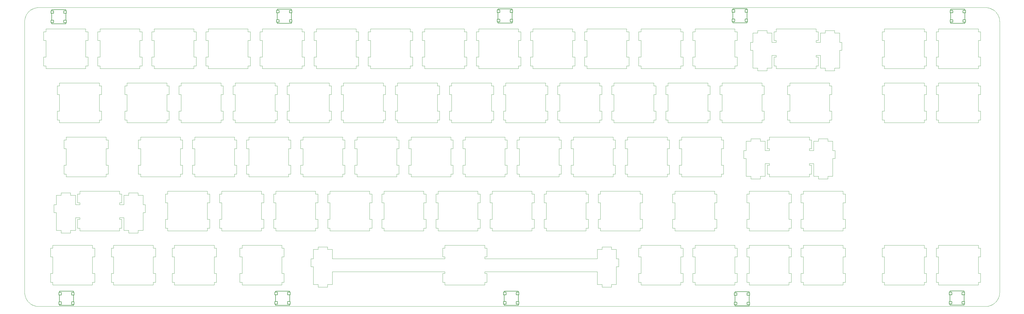
<source format=gbr>
G04 #@! TF.GenerationSoftware,KiCad,Pcbnew,(5.0.2)-1*
G04 #@! TF.CreationDate,2019-03-25T23:00:56+03:00*
G04 #@! TF.ProjectId,Mechanical Keyboard,4d656368-616e-4696-9361-6c204b657962,rev?*
G04 #@! TF.SameCoordinates,Original*
G04 #@! TF.FileFunction,Drawing*
%FSLAX46Y46*%
G04 Gerber Fmt 4.6, Leading zero omitted, Abs format (unit mm)*
G04 Created by KiCad (PCBNEW (5.0.2)-1) date 25.03.2019 23:00:56*
%MOMM*%
%LPD*%
G01*
G04 APERTURE LIST*
%ADD10C,0.100000*%
%ADD11C,0.200000*%
G04 APERTURE END LIST*
D10*
X376445000Y-86433600D02*
X362444000Y-86433600D01*
X376445000Y-87432700D02*
X376445000Y-86433600D01*
X377244000Y-87432700D02*
X376445000Y-87432700D01*
X377244000Y-90534700D02*
X377244000Y-87432700D01*
X376445000Y-90534700D02*
X377244000Y-90534700D01*
X376445000Y-96333300D02*
X376445000Y-90534700D01*
X377244000Y-96333300D02*
X376445000Y-96333300D01*
X377244000Y-99433800D02*
X377244000Y-96333300D01*
X376445000Y-99433800D02*
X377244000Y-99433800D01*
X376445000Y-100434300D02*
X376445000Y-99433800D01*
X362444000Y-100434300D02*
X376445000Y-100434300D01*
X362444000Y-99433800D02*
X362444000Y-100434300D01*
X361645000Y-99433800D02*
X362444000Y-99433800D01*
X361645000Y-96333300D02*
X361645000Y-99433800D01*
X362444000Y-96333300D02*
X361645000Y-96333300D01*
X362444000Y-90534700D02*
X362444000Y-96333300D01*
X361645000Y-90534700D02*
X362444000Y-90534700D01*
X361645000Y-87432700D02*
X361645000Y-90534700D01*
X362444000Y-87432700D02*
X361645000Y-87432700D01*
X362444000Y-86433600D02*
X362444000Y-87432700D01*
X357395000Y-86433600D02*
X343394000Y-86433600D01*
X357395000Y-87432700D02*
X357395000Y-86433600D01*
X358194000Y-87432700D02*
X357395000Y-87432700D01*
X358194000Y-90534700D02*
X358194000Y-87432700D01*
X357395000Y-90534700D02*
X358194000Y-90534700D01*
X357395000Y-96333300D02*
X357395000Y-90534700D01*
X358194000Y-96333300D02*
X357395000Y-96333300D01*
X358194000Y-99433800D02*
X358194000Y-96333300D01*
X357395000Y-99433800D02*
X358194000Y-99433800D01*
X357395000Y-100434300D02*
X357395000Y-99433800D01*
X343394000Y-100434300D02*
X357395000Y-100434300D01*
X343394000Y-99433800D02*
X343394000Y-100434300D01*
X342595000Y-99433800D02*
X343394000Y-99433800D01*
X342595000Y-96333300D02*
X342595000Y-99433800D01*
X343394000Y-96333300D02*
X342595000Y-96333300D01*
X343394000Y-90534700D02*
X343394000Y-96333300D01*
X342595000Y-90534700D02*
X343394000Y-90534700D01*
X342595000Y-87432700D02*
X342595000Y-90534700D01*
X343394000Y-87432700D02*
X342595000Y-87432700D01*
X343394000Y-86433600D02*
X343394000Y-87432700D01*
X290720000Y-86433600D02*
X276719000Y-86433600D01*
X290720000Y-87432700D02*
X290720000Y-86433600D01*
X291519000Y-87432700D02*
X290720000Y-87432700D01*
X291519000Y-90534700D02*
X291519000Y-87432700D01*
X290720000Y-90534700D02*
X291519000Y-90534700D01*
X290720000Y-96333300D02*
X290720000Y-90534700D01*
X291519000Y-96333300D02*
X290720000Y-96333300D01*
X291519000Y-99433800D02*
X291519000Y-96333300D01*
X290720000Y-99433800D02*
X291519000Y-99433800D01*
X290720000Y-100434300D02*
X290720000Y-99433800D01*
X276719000Y-100434300D02*
X290720000Y-100434300D01*
X276719000Y-99433800D02*
X276719000Y-100434300D01*
X275920000Y-99433800D02*
X276719000Y-99433800D01*
X275920000Y-96333300D02*
X275920000Y-99433800D01*
X276719000Y-96333300D02*
X275920000Y-96333300D01*
X276719000Y-90534700D02*
X276719000Y-96333300D01*
X275920000Y-90534700D02*
X276719000Y-90534700D01*
X275920000Y-87432700D02*
X275920000Y-90534700D01*
X276719000Y-87432700D02*
X275920000Y-87432700D01*
X276719000Y-86433600D02*
X276719000Y-87432700D01*
X271670000Y-86433600D02*
X257669000Y-86433600D01*
X271670000Y-87432700D02*
X271670000Y-86433600D01*
X272469000Y-87432700D02*
X271670000Y-87432700D01*
X272469000Y-90534700D02*
X272469000Y-87432700D01*
X271670000Y-90534700D02*
X272469000Y-90534700D01*
X271670000Y-96333300D02*
X271670000Y-90534700D01*
X272469000Y-96333300D02*
X271670000Y-96333300D01*
X272469000Y-99433800D02*
X272469000Y-96333300D01*
X271670000Y-99433800D02*
X272469000Y-99433800D01*
X271670000Y-100434300D02*
X271670000Y-99433800D01*
X257669000Y-100434300D02*
X271670000Y-100434300D01*
X257669000Y-99433800D02*
X257669000Y-100434300D01*
X256870000Y-99433800D02*
X257669000Y-99433800D01*
X256870000Y-96333300D02*
X256870000Y-99433800D01*
X257669000Y-96333300D02*
X256870000Y-96333300D01*
X257669000Y-90534700D02*
X257669000Y-96333300D01*
X256870000Y-90534700D02*
X257669000Y-90534700D01*
X256870000Y-87432700D02*
X256870000Y-90534700D01*
X257669000Y-87432700D02*
X256870000Y-87432700D01*
X257669000Y-86433600D02*
X257669000Y-87432700D01*
X252620000Y-86433600D02*
X238619000Y-86433600D01*
X252620000Y-87432700D02*
X252620000Y-86433600D01*
X253419000Y-87432700D02*
X252620000Y-87432700D01*
X253419000Y-90534700D02*
X253419000Y-87432700D01*
X252620000Y-90534700D02*
X253419000Y-90534700D01*
X252620000Y-96333300D02*
X252620000Y-90534700D01*
X253419000Y-96333300D02*
X252620000Y-96333300D01*
X253419000Y-99433800D02*
X253419000Y-96333300D01*
X252620000Y-99433800D02*
X253419000Y-99433800D01*
X252620000Y-100434300D02*
X252620000Y-99433800D01*
X238619000Y-100434300D02*
X252620000Y-100434300D01*
X238619000Y-99433800D02*
X238619000Y-100434300D01*
X237820000Y-99433800D02*
X238619000Y-99433800D01*
X237820000Y-96333300D02*
X237820000Y-99433800D01*
X238619000Y-96333300D02*
X237820000Y-96333300D01*
X238619000Y-90534700D02*
X238619000Y-96333300D01*
X237820000Y-90534700D02*
X238619000Y-90534700D01*
X237820000Y-87432700D02*
X237820000Y-90534700D01*
X238619000Y-87432700D02*
X237820000Y-87432700D01*
X238619000Y-86433600D02*
X238619000Y-87432700D01*
X233570000Y-86433600D02*
X219569000Y-86433600D01*
X233570000Y-87432700D02*
X233570000Y-86433600D01*
X234369000Y-87432700D02*
X233570000Y-87432700D01*
X234369000Y-90534700D02*
X234369000Y-87432700D01*
X233570000Y-90534700D02*
X234369000Y-90534700D01*
X233570000Y-96333300D02*
X233570000Y-90534700D01*
X234369000Y-96333300D02*
X233570000Y-96333300D01*
X234369000Y-99433800D02*
X234369000Y-96333300D01*
X233570000Y-99433800D02*
X234369000Y-99433800D01*
X233570000Y-100434300D02*
X233570000Y-99433800D01*
X219569000Y-100434300D02*
X233570000Y-100434300D01*
X219569000Y-99433800D02*
X219569000Y-100434300D01*
X218770000Y-99433800D02*
X219569000Y-99433800D01*
X218770000Y-96333300D02*
X218770000Y-99433800D01*
X219569000Y-96333300D02*
X218770000Y-96333300D01*
X219569000Y-90534700D02*
X219569000Y-96333300D01*
X218770000Y-90534700D02*
X219569000Y-90534700D01*
X218770000Y-87432700D02*
X218770000Y-90534700D01*
X219569000Y-87432700D02*
X218770000Y-87432700D01*
X219569000Y-86433600D02*
X219569000Y-87432700D01*
X214520000Y-86433600D02*
X200519000Y-86433600D01*
X214520000Y-87432700D02*
X214520000Y-86433600D01*
X215319000Y-87432700D02*
X214520000Y-87432700D01*
X215319000Y-90534700D02*
X215319000Y-87432700D01*
X214520000Y-90534700D02*
X215319000Y-90534700D01*
X214520000Y-96333300D02*
X214520000Y-90534700D01*
X215319000Y-96333300D02*
X214520000Y-96333300D01*
X215319000Y-99433800D02*
X215319000Y-96333300D01*
X214520000Y-99433800D02*
X215319000Y-99433800D01*
X214520000Y-100434300D02*
X214520000Y-99433800D01*
X200519000Y-100434300D02*
X214520000Y-100434300D01*
X200519000Y-99433800D02*
X200519000Y-100434300D01*
X199720000Y-99433800D02*
X200519000Y-99433800D01*
X199720000Y-96333300D02*
X199720000Y-99433800D01*
X200519000Y-96333300D02*
X199720000Y-96333300D01*
X200519000Y-90534700D02*
X200519000Y-96333300D01*
X199720000Y-90534700D02*
X200519000Y-90534700D01*
X199720000Y-87432700D02*
X199720000Y-90534700D01*
X200519000Y-87432700D02*
X199720000Y-87432700D01*
X200519000Y-86433600D02*
X200519000Y-87432700D01*
X195470000Y-86433600D02*
X181469000Y-86433600D01*
X195470000Y-87432700D02*
X195470000Y-86433600D01*
X196269000Y-87432700D02*
X195470000Y-87432700D01*
X196269000Y-90534700D02*
X196269000Y-87432700D01*
X195470000Y-90534700D02*
X196269000Y-90534700D01*
X195470000Y-96333300D02*
X195470000Y-90534700D01*
X196269000Y-96333300D02*
X195470000Y-96333300D01*
X196269000Y-99433800D02*
X196269000Y-96333300D01*
X195470000Y-99433800D02*
X196269000Y-99433800D01*
X195470000Y-100434300D02*
X195470000Y-99433800D01*
X181469000Y-100434300D02*
X195470000Y-100434300D01*
X181469000Y-99433800D02*
X181469000Y-100434300D01*
X180670000Y-99433800D02*
X181469000Y-99433800D01*
X180670000Y-96333300D02*
X180670000Y-99433800D01*
X181469000Y-96333300D02*
X180670000Y-96333300D01*
X181469000Y-90534700D02*
X181469000Y-96333300D01*
X180670000Y-90534700D02*
X181469000Y-90534700D01*
X180670000Y-87432700D02*
X180670000Y-90534700D01*
X181469000Y-87432700D02*
X180670000Y-87432700D01*
X181469000Y-86433600D02*
X181469000Y-87432700D01*
X176420000Y-86433600D02*
X162419000Y-86433600D01*
X176420000Y-87432700D02*
X176420000Y-86433600D01*
X177219000Y-87432700D02*
X176420000Y-87432700D01*
X177219000Y-90534700D02*
X177219000Y-87432700D01*
X176420000Y-90534700D02*
X177219000Y-90534700D01*
X176420000Y-96333300D02*
X176420000Y-90534700D01*
X177219000Y-96333300D02*
X176420000Y-96333300D01*
X177219000Y-99433800D02*
X177219000Y-96333300D01*
X176420000Y-99433800D02*
X177219000Y-99433800D01*
X176420000Y-100434300D02*
X176420000Y-99433800D01*
X162419000Y-100434300D02*
X176420000Y-100434300D01*
X162419000Y-99433800D02*
X162419000Y-100434300D01*
X161618000Y-99433800D02*
X162419000Y-99433800D01*
X161618000Y-96333300D02*
X161618000Y-99433800D01*
X162419000Y-96333300D02*
X161618000Y-96333300D01*
X162419000Y-90534700D02*
X162419000Y-96333300D01*
X161618000Y-90534700D02*
X162419000Y-90534700D01*
X161618000Y-87432700D02*
X161618000Y-90534700D01*
X162419000Y-87432700D02*
X161618000Y-87432700D01*
X162419000Y-86433600D02*
X162419000Y-87432700D01*
X157369000Y-86433600D02*
X143369000Y-86433600D01*
X157369000Y-87432700D02*
X157369000Y-86433600D01*
X158169000Y-87432700D02*
X157369000Y-87432700D01*
X158169000Y-90534700D02*
X158169000Y-87432700D01*
X157369000Y-90534700D02*
X158169000Y-90534700D01*
X157369000Y-96333300D02*
X157369000Y-90534700D01*
X158169000Y-96333300D02*
X157369000Y-96333300D01*
X158169000Y-99433800D02*
X158169000Y-96333300D01*
X157369000Y-99433800D02*
X158169000Y-99433800D01*
X157369000Y-100434300D02*
X157369000Y-99433800D01*
X143369000Y-100434300D02*
X157369000Y-100434300D01*
X143369000Y-99433800D02*
X143369000Y-100434300D01*
X142570000Y-99433800D02*
X143369000Y-99433800D01*
X142570000Y-96333300D02*
X142570000Y-99433800D01*
X143369000Y-96333300D02*
X142570000Y-96333300D01*
X143369000Y-90534700D02*
X143369000Y-96333300D01*
X142570000Y-90534700D02*
X143369000Y-90534700D01*
X142570000Y-87432700D02*
X142570000Y-90534700D01*
X143369000Y-87432700D02*
X142570000Y-87432700D01*
X143369000Y-86433600D02*
X143369000Y-87432700D01*
X138320000Y-86433600D02*
X124319300Y-86433600D01*
X138320000Y-87432700D02*
X138320000Y-86433600D01*
X139119400Y-87432700D02*
X138320000Y-87432700D01*
X139119400Y-90534700D02*
X139119400Y-87432700D01*
X138320000Y-90534700D02*
X139119400Y-90534700D01*
X138320000Y-96333300D02*
X138320000Y-90534700D01*
X139119400Y-96333300D02*
X138320000Y-96333300D01*
X139119400Y-99433800D02*
X139119400Y-96333300D01*
X138320000Y-99433800D02*
X139119400Y-99433800D01*
X138320000Y-100434300D02*
X138320000Y-99433800D01*
X124319300Y-100434300D02*
X138320000Y-100434300D01*
X124319300Y-99433800D02*
X124319300Y-100434300D01*
X123519900Y-99433800D02*
X124319300Y-99433800D01*
X123519900Y-96333300D02*
X123519900Y-99433800D01*
X124319300Y-96333300D02*
X123519900Y-96333300D01*
X124319300Y-90534700D02*
X124319300Y-96333300D01*
X123519900Y-90534700D02*
X124319300Y-90534700D01*
X123519900Y-87432700D02*
X123519900Y-90534700D01*
X124319300Y-87432700D02*
X123519900Y-87432700D01*
X124319300Y-86433600D02*
X124319300Y-87432700D01*
X119270000Y-86433600D02*
X105269300Y-86433600D01*
X119270000Y-87432700D02*
X119270000Y-86433600D01*
X120069400Y-87432700D02*
X119270000Y-87432700D01*
X120069400Y-90534700D02*
X120069400Y-87432700D01*
X119270000Y-90534700D02*
X120069400Y-90534700D01*
X119270000Y-96333300D02*
X119270000Y-90534700D01*
X120069400Y-96333300D02*
X119270000Y-96333300D01*
X120069400Y-99433800D02*
X120069400Y-96333300D01*
X119270000Y-99433800D02*
X120069400Y-99433800D01*
X119270000Y-100434300D02*
X119270000Y-99433800D01*
X105269300Y-100434300D02*
X119270000Y-100434300D01*
X105269300Y-99433800D02*
X105269300Y-100434300D01*
X104469900Y-99433800D02*
X105269300Y-99433800D01*
X104469900Y-96333300D02*
X104469900Y-99433800D01*
X105269300Y-96333300D02*
X104469900Y-96333300D01*
X105269300Y-90534700D02*
X105269300Y-96333300D01*
X104469900Y-90534700D02*
X105269300Y-90534700D01*
X104469900Y-87432700D02*
X104469900Y-90534700D01*
X105269300Y-87432700D02*
X104469900Y-87432700D01*
X105269300Y-86433600D02*
X105269300Y-87432700D01*
X100220000Y-86433600D02*
X86219300Y-86433600D01*
X100220000Y-87432700D02*
X100220000Y-86433600D01*
X101019400Y-87432700D02*
X100220000Y-87432700D01*
X101019400Y-90534700D02*
X101019400Y-87432700D01*
X100220000Y-90534700D02*
X101019400Y-90534700D01*
X100220000Y-96333300D02*
X100220000Y-90534700D01*
X101019400Y-96333300D02*
X100220000Y-96333300D01*
X101019400Y-99433800D02*
X101019400Y-96333300D01*
X100220000Y-99433800D02*
X101019400Y-99433800D01*
X100220000Y-100434300D02*
X100220000Y-99433800D01*
X86219300Y-100434300D02*
X100220000Y-100434300D01*
X86219300Y-99433800D02*
X86219300Y-100434300D01*
X85419900Y-99433800D02*
X86219300Y-99433800D01*
X85419900Y-96333300D02*
X85419900Y-99433800D01*
X86219300Y-96333300D02*
X85419900Y-96333300D01*
X86219300Y-90534700D02*
X86219300Y-96333300D01*
X85419900Y-90534700D02*
X86219300Y-90534700D01*
X85419900Y-87432700D02*
X85419900Y-90534700D01*
X86219300Y-87432700D02*
X85419900Y-87432700D01*
X86219300Y-86433600D02*
X86219300Y-87432700D01*
X81170000Y-86433600D02*
X67169200Y-86433600D01*
X81170000Y-87432700D02*
X81170000Y-86433600D01*
X81969400Y-87432700D02*
X81170000Y-87432700D01*
X81969400Y-90534700D02*
X81969400Y-87432700D01*
X81170000Y-90534700D02*
X81969400Y-90534700D01*
X81170000Y-96333300D02*
X81170000Y-90534700D01*
X81969400Y-96333300D02*
X81170000Y-96333300D01*
X81969400Y-99433800D02*
X81969400Y-96333300D01*
X81170000Y-99433800D02*
X81969400Y-99433800D01*
X81170000Y-100434300D02*
X81170000Y-99433800D01*
X67169200Y-100434300D02*
X81170000Y-100434300D01*
X67169200Y-99433800D02*
X67169200Y-100434300D01*
X66369900Y-99433800D02*
X67169200Y-99433800D01*
X66369900Y-96333300D02*
X66369900Y-99433800D01*
X67169200Y-96333300D02*
X66369900Y-96333300D01*
X67169200Y-90534700D02*
X67169200Y-96333300D01*
X66369900Y-90534700D02*
X67169200Y-90534700D01*
X66369900Y-87432700D02*
X66369900Y-90534700D01*
X67169200Y-87432700D02*
X66369900Y-87432700D01*
X67169200Y-86433600D02*
X67169200Y-87432700D01*
X62120100Y-86433600D02*
X48119190Y-86433600D01*
X62120100Y-87432700D02*
X62120100Y-86433600D01*
X62919300Y-87432700D02*
X62120100Y-87432700D01*
X62919300Y-90534700D02*
X62919300Y-87432700D01*
X62120100Y-90534700D02*
X62919300Y-90534700D01*
X62120100Y-96333300D02*
X62120100Y-90534700D01*
X62919300Y-96333300D02*
X62120100Y-96333300D01*
X62919300Y-99433800D02*
X62919300Y-96333300D01*
X62120100Y-99433800D02*
X62919300Y-99433800D01*
X62120100Y-100434300D02*
X62120100Y-99433800D01*
X48119190Y-100434300D02*
X62120100Y-100434300D01*
X48119190Y-99433800D02*
X48119190Y-100434300D01*
X47318520Y-99433800D02*
X48119190Y-99433800D01*
X47318520Y-96333300D02*
X47318520Y-99433800D01*
X48119190Y-96333300D02*
X47318520Y-96333300D01*
X48119190Y-90534700D02*
X48119190Y-96333300D01*
X47318520Y-90534700D02*
X48119190Y-90534700D01*
X47318520Y-87432700D02*
X47318520Y-90534700D01*
X48119190Y-87432700D02*
X47318520Y-87432700D01*
X48119190Y-86433600D02*
X48119190Y-87432700D01*
X319295000Y-86433600D02*
X305294000Y-86433600D01*
X319295000Y-87432700D02*
X319295000Y-86433600D01*
X320094000Y-87432700D02*
X319295000Y-87432700D01*
X320094000Y-90534700D02*
X320094000Y-87432700D01*
X319295000Y-90534700D02*
X320094000Y-90534700D01*
X319295000Y-91132600D02*
X319295000Y-90534700D01*
X320819000Y-91132600D02*
X319295000Y-91132600D01*
X320819000Y-87902600D02*
X320819000Y-91132600D01*
X322544000Y-87902600D02*
X320819000Y-87902600D01*
X322544000Y-86984700D02*
X322544000Y-87902600D01*
X325845000Y-86984700D02*
X322544000Y-86984700D01*
X325845000Y-87902600D02*
X325845000Y-86984700D01*
X327570000Y-87902600D02*
X325845000Y-87902600D01*
X327570000Y-91132600D02*
X327570000Y-87902600D01*
X328394000Y-91132600D02*
X327570000Y-91132600D01*
X328394000Y-93934000D02*
X328394000Y-91132600D01*
X327570000Y-93934000D02*
X328394000Y-93934000D01*
X327570000Y-100202900D02*
X327570000Y-93934000D01*
X325845000Y-100202900D02*
X327570000Y-100202900D01*
X325845000Y-101184000D02*
X325845000Y-100202900D01*
X322544000Y-101184000D02*
X325845000Y-101184000D01*
X322544000Y-100202900D02*
X322544000Y-101184000D01*
X320819000Y-100202900D02*
X322544000Y-100202900D01*
X320819000Y-95733900D02*
X320819000Y-100202900D01*
X319295000Y-95733900D02*
X320819000Y-95733900D01*
X319295000Y-96333300D02*
X319295000Y-95733900D01*
X320094000Y-96333300D02*
X319295000Y-96333300D01*
X320094000Y-99433800D02*
X320094000Y-96333300D01*
X319295000Y-99433800D02*
X320094000Y-99433800D01*
X319295000Y-100434300D02*
X319295000Y-99433800D01*
X305294000Y-100434300D02*
X319295000Y-100434300D01*
X305294000Y-99433800D02*
X305294000Y-100434300D01*
X304495000Y-99433800D02*
X305294000Y-99433800D01*
X304495000Y-96333300D02*
X304495000Y-99433800D01*
X305294000Y-96333300D02*
X304495000Y-96333300D01*
X305294000Y-95733900D02*
X305294000Y-96333300D01*
X303770000Y-95733900D02*
X305294000Y-95733900D01*
X303770000Y-100202900D02*
X303770000Y-95733900D01*
X302045000Y-100202900D02*
X303770000Y-100202900D01*
X302045000Y-101184000D02*
X302045000Y-100202900D01*
X298744000Y-101184000D02*
X302045000Y-101184000D01*
X298744000Y-100202900D02*
X298744000Y-101184000D01*
X297021000Y-100202900D02*
X298744000Y-100202900D01*
X297021000Y-93934000D02*
X297021000Y-100202900D01*
X296195000Y-93934000D02*
X297021000Y-93934000D01*
X296195000Y-91132600D02*
X296195000Y-93934000D01*
X297021000Y-91132600D02*
X296195000Y-91132600D01*
X297021000Y-87902600D02*
X297021000Y-91132600D01*
X298744000Y-87902600D02*
X297021000Y-87902600D01*
X298744000Y-86984700D02*
X298744000Y-87902600D01*
X302045000Y-86984700D02*
X298744000Y-86984700D01*
X302045000Y-87902600D02*
X302045000Y-86984700D01*
X303770000Y-87902600D02*
X302045000Y-87902600D01*
X303770000Y-91132600D02*
X303770000Y-87902600D01*
X305294000Y-91132600D02*
X303770000Y-91132600D01*
X305294000Y-90534700D02*
X305294000Y-91132600D01*
X304495000Y-90534700D02*
X305294000Y-90534700D01*
X304495000Y-87432700D02*
X304495000Y-90534700D01*
X305294000Y-87432700D02*
X304495000Y-87432700D01*
X305294000Y-86433600D02*
X305294000Y-87432700D01*
X376445000Y-105483600D02*
X362444000Y-105483600D01*
X376445000Y-106484100D02*
X376445000Y-105483600D01*
X377244000Y-106484100D02*
X376445000Y-106484100D01*
X377244000Y-109584700D02*
X377244000Y-106484100D01*
X376445000Y-109584700D02*
X377244000Y-109584700D01*
X376445000Y-115384700D02*
X376445000Y-109584700D01*
X377244000Y-115384700D02*
X376445000Y-115384700D01*
X377244000Y-118483800D02*
X377244000Y-115384700D01*
X376445000Y-118483800D02*
X377244000Y-118483800D01*
X376445000Y-119484300D02*
X376445000Y-118483800D01*
X362444000Y-119484300D02*
X376445000Y-119484300D01*
X362444000Y-118483800D02*
X362444000Y-119484300D01*
X361645000Y-118483800D02*
X362444000Y-118483800D01*
X361645000Y-115384700D02*
X361645000Y-118483800D01*
X362444000Y-115384700D02*
X361645000Y-115384700D01*
X362444000Y-109584700D02*
X362444000Y-115384700D01*
X361645000Y-109584700D02*
X362444000Y-109584700D01*
X361645000Y-106484100D02*
X361645000Y-109584700D01*
X362444000Y-106484100D02*
X361645000Y-106484100D01*
X362444000Y-105483600D02*
X362444000Y-106484100D01*
X357395000Y-105483600D02*
X343394000Y-105483600D01*
X357395000Y-106484100D02*
X357395000Y-105483600D01*
X358194000Y-106484100D02*
X357395000Y-106484100D01*
X358194000Y-109584700D02*
X358194000Y-106484100D01*
X357395000Y-109584700D02*
X358194000Y-109584700D01*
X357395000Y-115384700D02*
X357395000Y-109584700D01*
X358194000Y-115384700D02*
X357395000Y-115384700D01*
X358194000Y-118483800D02*
X358194000Y-115384700D01*
X357395000Y-118483800D02*
X358194000Y-118483800D01*
X357395000Y-119484300D02*
X357395000Y-118483800D01*
X343394000Y-119484300D02*
X357395000Y-119484300D01*
X343394000Y-118483800D02*
X343394000Y-119484300D01*
X342595000Y-118483800D02*
X343394000Y-118483800D01*
X342595000Y-115384700D02*
X342595000Y-118483800D01*
X343394000Y-115384700D02*
X342595000Y-115384700D01*
X343394000Y-109584700D02*
X343394000Y-115384700D01*
X342595000Y-109584700D02*
X343394000Y-109584700D01*
X342595000Y-106484100D02*
X342595000Y-109584700D01*
X343394000Y-106484100D02*
X342595000Y-106484100D01*
X343394000Y-105483600D02*
X343394000Y-106484100D01*
X324056000Y-105483600D02*
X310057000Y-105483600D01*
X324056000Y-106484100D02*
X324056000Y-105483600D01*
X324857000Y-106484100D02*
X324056000Y-106484100D01*
X324857000Y-109584700D02*
X324857000Y-106484100D01*
X324056000Y-109584700D02*
X324857000Y-109584700D01*
X324056000Y-115384700D02*
X324056000Y-109584700D01*
X324857000Y-115384700D02*
X324056000Y-115384700D01*
X324857000Y-118483800D02*
X324857000Y-115384700D01*
X324056000Y-118483800D02*
X324857000Y-118483800D01*
X324056000Y-119484300D02*
X324056000Y-118483800D01*
X310057000Y-119484300D02*
X324056000Y-119484300D01*
X310057000Y-118483800D02*
X310057000Y-119484300D01*
X309257000Y-118483800D02*
X310057000Y-118483800D01*
X309257000Y-115384700D02*
X309257000Y-118483800D01*
X310057000Y-115384700D02*
X309257000Y-115384700D01*
X310057000Y-109584700D02*
X310057000Y-115384700D01*
X309257000Y-109584700D02*
X310057000Y-109584700D01*
X309257000Y-106484100D02*
X309257000Y-109584700D01*
X310057000Y-106484100D02*
X309257000Y-106484100D01*
X310057000Y-105483600D02*
X310057000Y-106484100D01*
X300245000Y-105483600D02*
X286244000Y-105483600D01*
X300245000Y-106484100D02*
X300245000Y-105483600D01*
X301044000Y-106484100D02*
X300245000Y-106484100D01*
X301044000Y-109584700D02*
X301044000Y-106484100D01*
X300245000Y-109584700D02*
X301044000Y-109584700D01*
X300245000Y-115384700D02*
X300245000Y-109584700D01*
X301044000Y-115384700D02*
X300245000Y-115384700D01*
X301044000Y-118483800D02*
X301044000Y-115384700D01*
X300245000Y-118483800D02*
X301044000Y-118483800D01*
X300245000Y-119484300D02*
X300245000Y-118483800D01*
X286244000Y-119484300D02*
X300245000Y-119484300D01*
X286244000Y-118483800D02*
X286244000Y-119484300D01*
X285445000Y-118483800D02*
X286244000Y-118483800D01*
X285445000Y-115384700D02*
X285445000Y-118483800D01*
X286244000Y-115384700D02*
X285445000Y-115384700D01*
X286244000Y-109584700D02*
X286244000Y-115384700D01*
X285445000Y-109584700D02*
X286244000Y-109584700D01*
X285445000Y-106484100D02*
X285445000Y-109584700D01*
X286244000Y-106484100D02*
X285445000Y-106484100D01*
X286244000Y-105483600D02*
X286244000Y-106484100D01*
X281195000Y-105483600D02*
X267194000Y-105483600D01*
X281195000Y-106484100D02*
X281195000Y-105483600D01*
X281994000Y-106484100D02*
X281195000Y-106484100D01*
X281994000Y-109584700D02*
X281994000Y-106484100D01*
X281195000Y-109584700D02*
X281994000Y-109584700D01*
X281195000Y-115384700D02*
X281195000Y-109584700D01*
X281994000Y-115384700D02*
X281195000Y-115384700D01*
X281994000Y-118483800D02*
X281994000Y-115384700D01*
X281195000Y-118483800D02*
X281994000Y-118483800D01*
X281195000Y-119484300D02*
X281195000Y-118483800D01*
X267194000Y-119484300D02*
X281195000Y-119484300D01*
X267194000Y-118483800D02*
X267194000Y-119484300D01*
X266395000Y-118483800D02*
X267194000Y-118483800D01*
X266395000Y-115384700D02*
X266395000Y-118483800D01*
X267194000Y-115384700D02*
X266395000Y-115384700D01*
X267194000Y-109584700D02*
X267194000Y-115384700D01*
X266395000Y-109584700D02*
X267194000Y-109584700D01*
X266395000Y-106484100D02*
X266395000Y-109584700D01*
X267194000Y-106484100D02*
X266395000Y-106484100D01*
X267194000Y-105483600D02*
X267194000Y-106484100D01*
X262145000Y-105483600D02*
X248144000Y-105483600D01*
X262145000Y-106484100D02*
X262145000Y-105483600D01*
X262944000Y-106484100D02*
X262145000Y-106484100D01*
X262944000Y-109584700D02*
X262944000Y-106484100D01*
X262145000Y-109584700D02*
X262944000Y-109584700D01*
X262145000Y-115384700D02*
X262145000Y-109584700D01*
X262944000Y-115384700D02*
X262145000Y-115384700D01*
X262944000Y-118483800D02*
X262944000Y-115384700D01*
X262145000Y-118483800D02*
X262944000Y-118483800D01*
X262145000Y-119484300D02*
X262145000Y-118483800D01*
X248144000Y-119484300D02*
X262145000Y-119484300D01*
X248144000Y-118483800D02*
X248144000Y-119484300D01*
X247345000Y-118483800D02*
X248144000Y-118483800D01*
X247345000Y-115384700D02*
X247345000Y-118483800D01*
X248144000Y-115384700D02*
X247345000Y-115384700D01*
X248144000Y-109584700D02*
X248144000Y-115384700D01*
X247345000Y-109584700D02*
X248144000Y-109584700D01*
X247345000Y-106484100D02*
X247345000Y-109584700D01*
X248144000Y-106484100D02*
X247345000Y-106484100D01*
X248144000Y-105483600D02*
X248144000Y-106484100D01*
X243095000Y-105483600D02*
X229094000Y-105483600D01*
X243095000Y-106484100D02*
X243095000Y-105483600D01*
X243894000Y-106484100D02*
X243095000Y-106484100D01*
X243894000Y-109584700D02*
X243894000Y-106484100D01*
X243095000Y-109584700D02*
X243894000Y-109584700D01*
X243095000Y-115384700D02*
X243095000Y-109584700D01*
X243894000Y-115384700D02*
X243095000Y-115384700D01*
X243894000Y-118483800D02*
X243894000Y-115384700D01*
X243095000Y-118483800D02*
X243894000Y-118483800D01*
X243095000Y-119484300D02*
X243095000Y-118483800D01*
X229094000Y-119484300D02*
X243095000Y-119484300D01*
X229094000Y-118483800D02*
X229094000Y-119484300D01*
X228295000Y-118483800D02*
X229094000Y-118483800D01*
X228295000Y-115384700D02*
X228295000Y-118483800D01*
X229094000Y-115384700D02*
X228295000Y-115384700D01*
X229094000Y-109584700D02*
X229094000Y-115384700D01*
X228295000Y-109584700D02*
X229094000Y-109584700D01*
X228295000Y-106484100D02*
X228295000Y-109584700D01*
X229094000Y-106484100D02*
X228295000Y-106484100D01*
X229094000Y-105483600D02*
X229094000Y-106484100D01*
X224045000Y-105483600D02*
X210044000Y-105483600D01*
X224045000Y-106484100D02*
X224045000Y-105483600D01*
X224844000Y-106484100D02*
X224045000Y-106484100D01*
X224844000Y-109584700D02*
X224844000Y-106484100D01*
X224045000Y-109584700D02*
X224844000Y-109584700D01*
X224045000Y-115384700D02*
X224045000Y-109584700D01*
X224844000Y-115384700D02*
X224045000Y-115384700D01*
X224844000Y-118483800D02*
X224844000Y-115384700D01*
X224045000Y-118483800D02*
X224844000Y-118483800D01*
X224045000Y-119484300D02*
X224045000Y-118483800D01*
X210044000Y-119484300D02*
X224045000Y-119484300D01*
X210044000Y-118483800D02*
X210044000Y-119484300D01*
X209245000Y-118483800D02*
X210044000Y-118483800D01*
X209245000Y-115384700D02*
X209245000Y-118483800D01*
X210044000Y-115384700D02*
X209245000Y-115384700D01*
X210044000Y-109584700D02*
X210044000Y-115384700D01*
X209245000Y-109584700D02*
X210044000Y-109584700D01*
X209245000Y-106484100D02*
X209245000Y-109584700D01*
X210044000Y-106484100D02*
X209245000Y-106484100D01*
X210044000Y-105483600D02*
X210044000Y-106484100D01*
X204995000Y-105483600D02*
X190994000Y-105483600D01*
X204995000Y-106484100D02*
X204995000Y-105483600D01*
X205794000Y-106484100D02*
X204995000Y-106484100D01*
X205794000Y-109584700D02*
X205794000Y-106484100D01*
X204995000Y-109584700D02*
X205794000Y-109584700D01*
X204995000Y-115384700D02*
X204995000Y-109584700D01*
X205794000Y-115384700D02*
X204995000Y-115384700D01*
X205794000Y-118483800D02*
X205794000Y-115384700D01*
X204995000Y-118483800D02*
X205794000Y-118483800D01*
X204995000Y-119484300D02*
X204995000Y-118483800D01*
X190994000Y-119484300D02*
X204995000Y-119484300D01*
X190994000Y-118483800D02*
X190994000Y-119484300D01*
X190195000Y-118483800D02*
X190994000Y-118483800D01*
X190195000Y-115384700D02*
X190195000Y-118483800D01*
X190994000Y-115384700D02*
X190195000Y-115384700D01*
X190994000Y-109584700D02*
X190994000Y-115384700D01*
X190195000Y-109584700D02*
X190994000Y-109584700D01*
X190195000Y-106484100D02*
X190195000Y-109584700D01*
X190994000Y-106484100D02*
X190195000Y-106484100D01*
X190994000Y-105483600D02*
X190994000Y-106484100D01*
X185945000Y-105483600D02*
X171944000Y-105483600D01*
X185945000Y-106484100D02*
X185945000Y-105483600D01*
X186744000Y-106484100D02*
X185945000Y-106484100D01*
X186744000Y-109584700D02*
X186744000Y-106484100D01*
X185945000Y-109584700D02*
X186744000Y-109584700D01*
X185945000Y-115384700D02*
X185945000Y-109584700D01*
X186744000Y-115384700D02*
X185945000Y-115384700D01*
X186744000Y-118483800D02*
X186744000Y-115384700D01*
X185945000Y-118483800D02*
X186744000Y-118483800D01*
X185945000Y-119484300D02*
X185945000Y-118483800D01*
X171944000Y-119484300D02*
X185945000Y-119484300D01*
X171944000Y-118483800D02*
X171944000Y-119484300D01*
X171143000Y-118483800D02*
X171944000Y-118483800D01*
X171143000Y-115384700D02*
X171143000Y-118483800D01*
X171944000Y-115384700D02*
X171143000Y-115384700D01*
X171944000Y-109584700D02*
X171944000Y-115384700D01*
X171143000Y-109584700D02*
X171944000Y-109584700D01*
X171143000Y-106484100D02*
X171143000Y-109584700D01*
X171944000Y-106484100D02*
X171143000Y-106484100D01*
X171944000Y-105483600D02*
X171944000Y-106484100D01*
X166895000Y-105483600D02*
X152894000Y-105483600D01*
X166895000Y-106484100D02*
X166895000Y-105483600D01*
X167694000Y-106484100D02*
X166895000Y-106484100D01*
X167694000Y-109584700D02*
X167694000Y-106484100D01*
X166895000Y-109584700D02*
X167694000Y-109584700D01*
X166895000Y-115384700D02*
X166895000Y-109584700D01*
X167694000Y-115384700D02*
X166895000Y-115384700D01*
X167694000Y-118483800D02*
X167694000Y-115384700D01*
X166895000Y-118483800D02*
X167694000Y-118483800D01*
X166895000Y-119484300D02*
X166895000Y-118483800D01*
X152894000Y-119484300D02*
X166895000Y-119484300D01*
X152894000Y-118483800D02*
X152894000Y-119484300D01*
X152095000Y-118483800D02*
X152894000Y-118483800D01*
X152095000Y-115384700D02*
X152095000Y-118483800D01*
X152894000Y-115384700D02*
X152095000Y-115384700D01*
X152894000Y-109584700D02*
X152894000Y-115384700D01*
X152095000Y-109584700D02*
X152894000Y-109584700D01*
X152095000Y-106484100D02*
X152095000Y-109584700D01*
X152894000Y-106484100D02*
X152095000Y-106484100D01*
X152894000Y-105483600D02*
X152894000Y-106484100D01*
X147845000Y-105483600D02*
X133844300Y-105483600D01*
X147845000Y-106484100D02*
X147845000Y-105483600D01*
X148644000Y-106484100D02*
X147845000Y-106484100D01*
X148644000Y-109584700D02*
X148644000Y-106484100D01*
X147845000Y-109584700D02*
X148644000Y-109584700D01*
X147845000Y-115384700D02*
X147845000Y-109584700D01*
X148644000Y-115384700D02*
X147845000Y-115384700D01*
X148644000Y-118483800D02*
X148644000Y-115384700D01*
X147845000Y-118483800D02*
X148644000Y-118483800D01*
X147845000Y-119484300D02*
X147845000Y-118483800D01*
X133844300Y-119484300D02*
X147845000Y-119484300D01*
X133844300Y-118483800D02*
X133844300Y-119484300D01*
X133044900Y-118483800D02*
X133844300Y-118483800D01*
X133044900Y-115384700D02*
X133044900Y-118483800D01*
X133844300Y-115384700D02*
X133044900Y-115384700D01*
X133844300Y-109584700D02*
X133844300Y-115384700D01*
X133044900Y-109584700D02*
X133844300Y-109584700D01*
X133044900Y-106484100D02*
X133044900Y-109584700D01*
X133844300Y-106484100D02*
X133044900Y-106484100D01*
X133844300Y-105483600D02*
X133844300Y-106484100D01*
X128795000Y-105483600D02*
X114794300Y-105483600D01*
X128795000Y-106484100D02*
X128795000Y-105483600D01*
X129594400Y-106484100D02*
X128795000Y-106484100D01*
X129594400Y-109584700D02*
X129594400Y-106484100D01*
X128795000Y-109584700D02*
X129594400Y-109584700D01*
X128795000Y-115384700D02*
X128795000Y-109584700D01*
X129594400Y-115384700D02*
X128795000Y-115384700D01*
X129594400Y-118483800D02*
X129594400Y-115384700D01*
X128795000Y-118483800D02*
X129594400Y-118483800D01*
X128795000Y-119484300D02*
X128795000Y-118483800D01*
X114794300Y-119484300D02*
X128795000Y-119484300D01*
X114794300Y-118483800D02*
X114794300Y-119484300D01*
X113994900Y-118483800D02*
X114794300Y-118483800D01*
X113994900Y-115384700D02*
X113994900Y-118483800D01*
X114794300Y-115384700D02*
X113994900Y-115384700D01*
X114794300Y-109584700D02*
X114794300Y-115384700D01*
X113994900Y-109584700D02*
X114794300Y-109584700D01*
X113994900Y-106484100D02*
X113994900Y-109584700D01*
X114794300Y-106484100D02*
X113994900Y-106484100D01*
X114794300Y-105483600D02*
X114794300Y-106484100D01*
X109745000Y-105483600D02*
X95744300Y-105483600D01*
X109745000Y-106484100D02*
X109745000Y-105483600D01*
X110544400Y-106484100D02*
X109745000Y-106484100D01*
X110544400Y-109584700D02*
X110544400Y-106484100D01*
X109745000Y-109584700D02*
X110544400Y-109584700D01*
X109745000Y-115384700D02*
X109745000Y-109584700D01*
X110544400Y-115384700D02*
X109745000Y-115384700D01*
X110544400Y-118483800D02*
X110544400Y-115384700D01*
X109745000Y-118483800D02*
X110544400Y-118483800D01*
X109745000Y-119484300D02*
X109745000Y-118483800D01*
X95744300Y-119484300D02*
X109745000Y-119484300D01*
X95744300Y-118483800D02*
X95744300Y-119484300D01*
X94944900Y-118483800D02*
X95744300Y-118483800D01*
X94944900Y-115384700D02*
X94944900Y-118483800D01*
X95744300Y-115384700D02*
X94944900Y-115384700D01*
X95744300Y-109584700D02*
X95744300Y-115384700D01*
X94944900Y-109584700D02*
X95744300Y-109584700D01*
X94944900Y-106484100D02*
X94944900Y-109584700D01*
X95744300Y-106484100D02*
X94944900Y-106484100D01*
X95744300Y-105483600D02*
X95744300Y-106484100D01*
X90695000Y-105483600D02*
X76694300Y-105483600D01*
X90695000Y-106484100D02*
X90695000Y-105483600D01*
X91494400Y-106484100D02*
X90695000Y-106484100D01*
X91494400Y-109584700D02*
X91494400Y-106484100D01*
X90695000Y-109584700D02*
X91494400Y-109584700D01*
X90695000Y-115384700D02*
X90695000Y-109584700D01*
X91494400Y-115384700D02*
X90695000Y-115384700D01*
X91494400Y-118483800D02*
X91494400Y-115384700D01*
X90695000Y-118483800D02*
X91494400Y-118483800D01*
X90695000Y-119484300D02*
X90695000Y-118483800D01*
X76694300Y-119484300D02*
X90695000Y-119484300D01*
X76694300Y-118483800D02*
X76694300Y-119484300D01*
X75894900Y-118483800D02*
X76694300Y-118483800D01*
X75894900Y-115384700D02*
X75894900Y-118483800D01*
X76694300Y-115384700D02*
X75894900Y-115384700D01*
X76694300Y-109584700D02*
X76694300Y-115384700D01*
X75894900Y-109584700D02*
X76694300Y-109584700D01*
X75894900Y-106484100D02*
X75894900Y-109584700D01*
X76694300Y-106484100D02*
X75894900Y-106484100D01*
X76694300Y-105483600D02*
X76694300Y-106484100D01*
X66881200Y-105483600D02*
X52881700Y-105483600D01*
X66881200Y-106484100D02*
X66881200Y-105483600D01*
X67681800Y-106484100D02*
X66881200Y-106484100D01*
X67681800Y-109584700D02*
X67681800Y-106484100D01*
X66881200Y-109584700D02*
X67681800Y-109584700D01*
X66881200Y-115384700D02*
X66881200Y-109584700D01*
X67681800Y-115384700D02*
X66881200Y-115384700D01*
X67681800Y-118483800D02*
X67681800Y-115384700D01*
X66881200Y-118483800D02*
X67681800Y-118483800D01*
X66881200Y-119484300D02*
X66881200Y-118483800D01*
X52881700Y-119484300D02*
X66881200Y-119484300D01*
X52881700Y-118483800D02*
X52881700Y-119484300D01*
X52082400Y-118483800D02*
X52881700Y-118483800D01*
X52082400Y-115384700D02*
X52082400Y-118483800D01*
X52881700Y-115384700D02*
X52082400Y-115384700D01*
X52881700Y-109584700D02*
X52881700Y-115384700D01*
X52082400Y-109584700D02*
X52881700Y-109584700D01*
X52082400Y-106484100D02*
X52082400Y-109584700D01*
X52881700Y-106484100D02*
X52082400Y-106484100D01*
X52881700Y-105483600D02*
X52881700Y-106484100D01*
X285956000Y-124533600D02*
X271957000Y-124533600D01*
X285956000Y-125534100D02*
X285956000Y-124533600D01*
X286757000Y-125534100D02*
X285956000Y-125534100D01*
X286757000Y-128634700D02*
X286757000Y-125534100D01*
X285956000Y-128634700D02*
X286757000Y-128634700D01*
X285956000Y-134434700D02*
X285956000Y-128634700D01*
X286757000Y-134434700D02*
X285956000Y-134434700D01*
X286757000Y-137533800D02*
X286757000Y-134434700D01*
X285956000Y-137533800D02*
X286757000Y-137533800D01*
X285956000Y-138534300D02*
X285956000Y-137533800D01*
X271957000Y-138534300D02*
X285956000Y-138534300D01*
X271957000Y-137533800D02*
X271957000Y-138534300D01*
X271157000Y-137533800D02*
X271957000Y-137533800D01*
X271157000Y-134434700D02*
X271157000Y-137533800D01*
X271957000Y-134434700D02*
X271157000Y-134434700D01*
X271957000Y-128634700D02*
X271957000Y-134434700D01*
X271157000Y-128634700D02*
X271957000Y-128634700D01*
X271157000Y-125534100D02*
X271157000Y-128634700D01*
X271957000Y-125534100D02*
X271157000Y-125534100D01*
X271957000Y-124533600D02*
X271957000Y-125534100D01*
X266906000Y-124533600D02*
X252907000Y-124533600D01*
X266906000Y-125534100D02*
X266906000Y-124533600D01*
X267707000Y-125534100D02*
X266906000Y-125534100D01*
X267707000Y-128634700D02*
X267707000Y-125534100D01*
X266906000Y-128634700D02*
X267707000Y-128634700D01*
X266906000Y-134434700D02*
X266906000Y-128634700D01*
X267707000Y-134434700D02*
X266906000Y-134434700D01*
X267707000Y-137533800D02*
X267707000Y-134434700D01*
X266906000Y-137533800D02*
X267707000Y-137533800D01*
X266906000Y-138534300D02*
X266906000Y-137533800D01*
X252907000Y-138534300D02*
X266906000Y-138534300D01*
X252907000Y-137533800D02*
X252907000Y-138534300D01*
X252107000Y-137533800D02*
X252907000Y-137533800D01*
X252107000Y-134434700D02*
X252107000Y-137533800D01*
X252907000Y-134434700D02*
X252107000Y-134434700D01*
X252907000Y-128634700D02*
X252907000Y-134434700D01*
X252107000Y-128634700D02*
X252907000Y-128634700D01*
X252107000Y-125534100D02*
X252107000Y-128634700D01*
X252907000Y-125534100D02*
X252107000Y-125534100D01*
X252907000Y-124533600D02*
X252907000Y-125534100D01*
X247856000Y-124533600D02*
X233857000Y-124533600D01*
X247856000Y-125534100D02*
X247856000Y-124533600D01*
X248657000Y-125534100D02*
X247856000Y-125534100D01*
X248657000Y-128634700D02*
X248657000Y-125534100D01*
X247856000Y-128634700D02*
X248657000Y-128634700D01*
X247856000Y-134434700D02*
X247856000Y-128634700D01*
X248657000Y-134434700D02*
X247856000Y-134434700D01*
X248657000Y-137533800D02*
X248657000Y-134434700D01*
X247856000Y-137533800D02*
X248657000Y-137533800D01*
X247856000Y-138534300D02*
X247856000Y-137533800D01*
X233857000Y-138534300D02*
X247856000Y-138534300D01*
X233857000Y-137533800D02*
X233857000Y-138534300D01*
X233057000Y-137533800D02*
X233857000Y-137533800D01*
X233057000Y-134434700D02*
X233057000Y-137533800D01*
X233857000Y-134434700D02*
X233057000Y-134434700D01*
X233857000Y-128634700D02*
X233857000Y-134434700D01*
X233057000Y-128634700D02*
X233857000Y-128634700D01*
X233057000Y-125534100D02*
X233057000Y-128634700D01*
X233857000Y-125534100D02*
X233057000Y-125534100D01*
X233857000Y-124533600D02*
X233857000Y-125534100D01*
X228806000Y-124533600D02*
X214807000Y-124533600D01*
X228806000Y-125534100D02*
X228806000Y-124533600D01*
X229607000Y-125534100D02*
X228806000Y-125534100D01*
X229607000Y-128634700D02*
X229607000Y-125534100D01*
X228806000Y-128634700D02*
X229607000Y-128634700D01*
X228806000Y-134434700D02*
X228806000Y-128634700D01*
X229607000Y-134434700D02*
X228806000Y-134434700D01*
X229607000Y-137533800D02*
X229607000Y-134434700D01*
X228806000Y-137533800D02*
X229607000Y-137533800D01*
X228806000Y-138534300D02*
X228806000Y-137533800D01*
X214807000Y-138534300D02*
X228806000Y-138534300D01*
X214807000Y-137533800D02*
X214807000Y-138534300D01*
X214007000Y-137533800D02*
X214807000Y-137533800D01*
X214007000Y-134434700D02*
X214007000Y-137533800D01*
X214807000Y-134434700D02*
X214007000Y-134434700D01*
X214807000Y-128634700D02*
X214807000Y-134434700D01*
X214007000Y-128634700D02*
X214807000Y-128634700D01*
X214007000Y-125534100D02*
X214007000Y-128634700D01*
X214807000Y-125534100D02*
X214007000Y-125534100D01*
X214807000Y-124533600D02*
X214807000Y-125534100D01*
X209756000Y-124533600D02*
X195757000Y-124533600D01*
X209756000Y-125534100D02*
X209756000Y-124533600D01*
X210557000Y-125534100D02*
X209756000Y-125534100D01*
X210557000Y-128634700D02*
X210557000Y-125534100D01*
X209756000Y-128634700D02*
X210557000Y-128634700D01*
X209756000Y-134434700D02*
X209756000Y-128634700D01*
X210557000Y-134434700D02*
X209756000Y-134434700D01*
X210557000Y-137533800D02*
X210557000Y-134434700D01*
X209756000Y-137533800D02*
X210557000Y-137533800D01*
X209756000Y-138534300D02*
X209756000Y-137533800D01*
X195757000Y-138534300D02*
X209756000Y-138534300D01*
X195757000Y-137533800D02*
X195757000Y-138534300D01*
X194957000Y-137533800D02*
X195757000Y-137533800D01*
X194957000Y-134434700D02*
X194957000Y-137533800D01*
X195757000Y-134434700D02*
X194957000Y-134434700D01*
X195757000Y-128634700D02*
X195757000Y-134434700D01*
X194957000Y-128634700D02*
X195757000Y-128634700D01*
X194957000Y-125534100D02*
X194957000Y-128634700D01*
X195757000Y-125534100D02*
X194957000Y-125534100D01*
X195757000Y-124533600D02*
X195757000Y-125534100D01*
X190706000Y-124533600D02*
X176707000Y-124533600D01*
X190706000Y-125534100D02*
X190706000Y-124533600D01*
X191507000Y-125534100D02*
X190706000Y-125534100D01*
X191507000Y-128634700D02*
X191507000Y-125534100D01*
X190706000Y-128634700D02*
X191507000Y-128634700D01*
X190706000Y-134434700D02*
X190706000Y-128634700D01*
X191507000Y-134434700D02*
X190706000Y-134434700D01*
X191507000Y-137533800D02*
X191507000Y-134434700D01*
X190706000Y-137533800D02*
X191507000Y-137533800D01*
X190706000Y-138534300D02*
X190706000Y-137533800D01*
X176707000Y-138534300D02*
X190706000Y-138534300D01*
X176707000Y-137533800D02*
X176707000Y-138534300D01*
X175907000Y-137533800D02*
X176707000Y-137533800D01*
X175907000Y-134434700D02*
X175907000Y-137533800D01*
X176707000Y-134434700D02*
X175907000Y-134434700D01*
X176707000Y-128634700D02*
X176707000Y-134434700D01*
X175907000Y-128634700D02*
X176707000Y-128634700D01*
X175907000Y-125534100D02*
X175907000Y-128634700D01*
X176707000Y-125534100D02*
X175907000Y-125534100D01*
X176707000Y-124533600D02*
X176707000Y-125534100D01*
X171656000Y-124533600D02*
X157657000Y-124533600D01*
X171656000Y-125534100D02*
X171656000Y-124533600D01*
X172457000Y-125534100D02*
X171656000Y-125534100D01*
X172457000Y-128634700D02*
X172457000Y-125534100D01*
X171656000Y-128634700D02*
X172457000Y-128634700D01*
X171656000Y-134434700D02*
X171656000Y-128634700D01*
X172457000Y-134434700D02*
X171656000Y-134434700D01*
X172457000Y-137533800D02*
X172457000Y-134434700D01*
X171656000Y-137533800D02*
X172457000Y-137533800D01*
X171656000Y-138534300D02*
X171656000Y-137533800D01*
X157657000Y-138534300D02*
X171656000Y-138534300D01*
X157657000Y-137533800D02*
X157657000Y-138534300D01*
X156857000Y-137533800D02*
X157657000Y-137533800D01*
X156857000Y-134434700D02*
X156857000Y-137533800D01*
X157657000Y-134434700D02*
X156857000Y-134434700D01*
X157657000Y-128634700D02*
X157657000Y-134434700D01*
X156857000Y-128634700D02*
X157657000Y-128634700D01*
X156857000Y-125534100D02*
X156857000Y-128634700D01*
X157657000Y-125534100D02*
X156857000Y-125534100D01*
X157657000Y-124533600D02*
X157657000Y-125534100D01*
X152606000Y-124533600D02*
X138606800Y-124533600D01*
X152606000Y-125534100D02*
X152606000Y-124533600D01*
X153407000Y-125534100D02*
X152606000Y-125534100D01*
X153407000Y-128634700D02*
X153407000Y-125534100D01*
X152606000Y-128634700D02*
X153407000Y-128634700D01*
X152606000Y-134434700D02*
X152606000Y-128634700D01*
X153407000Y-134434700D02*
X152606000Y-134434700D01*
X153407000Y-137533800D02*
X153407000Y-134434700D01*
X152606000Y-137533800D02*
X153407000Y-137533800D01*
X152606000Y-138534300D02*
X152606000Y-137533800D01*
X138606800Y-138534300D02*
X152606000Y-138534300D01*
X138606800Y-137533800D02*
X138606800Y-138534300D01*
X137807400Y-137533800D02*
X138606800Y-137533800D01*
X137807400Y-134434700D02*
X137807400Y-137533800D01*
X138606800Y-134434700D02*
X137807400Y-134434700D01*
X138606800Y-128634700D02*
X138606800Y-134434700D01*
X137807400Y-128634700D02*
X138606800Y-128634700D01*
X137807400Y-125534100D02*
X137807400Y-128634700D01*
X138606800Y-125534100D02*
X137807400Y-125534100D01*
X138606800Y-124533600D02*
X138606800Y-125534100D01*
X133556100Y-124533600D02*
X119556800Y-124533600D01*
X133556100Y-125534100D02*
X133556100Y-124533600D01*
X134356900Y-125534100D02*
X133556100Y-125534100D01*
X134356900Y-128634700D02*
X134356900Y-125534100D01*
X133556100Y-128634700D02*
X134356900Y-128634700D01*
X133556100Y-134434700D02*
X133556100Y-128634700D01*
X134356900Y-134434700D02*
X133556100Y-134434700D01*
X134356900Y-137533800D02*
X134356900Y-134434700D01*
X133556100Y-137533800D02*
X134356900Y-137533800D01*
X133556100Y-138534300D02*
X133556100Y-137533800D01*
X119556800Y-138534300D02*
X133556100Y-138534300D01*
X119556800Y-137533800D02*
X119556800Y-138534300D01*
X118757400Y-137533800D02*
X119556800Y-137533800D01*
X118757400Y-134434700D02*
X118757400Y-137533800D01*
X119556800Y-134434700D02*
X118757400Y-134434700D01*
X119556800Y-128634700D02*
X119556800Y-134434700D01*
X118757400Y-128634700D02*
X119556800Y-128634700D01*
X118757400Y-125534100D02*
X118757400Y-128634700D01*
X119556800Y-125534100D02*
X118757400Y-125534100D01*
X119556800Y-124533600D02*
X119556800Y-125534100D01*
X114506100Y-124533600D02*
X100506800Y-124533600D01*
X114506100Y-125534100D02*
X114506100Y-124533600D01*
X115306900Y-125534100D02*
X114506100Y-125534100D01*
X115306900Y-128634700D02*
X115306900Y-125534100D01*
X114506100Y-128634700D02*
X115306900Y-128634700D01*
X114506100Y-134434700D02*
X114506100Y-128634700D01*
X115306900Y-134434700D02*
X114506100Y-134434700D01*
X115306900Y-137533800D02*
X115306900Y-134434700D01*
X114506100Y-137533800D02*
X115306900Y-137533800D01*
X114506100Y-138534300D02*
X114506100Y-137533800D01*
X100506800Y-138534300D02*
X114506100Y-138534300D01*
X100506800Y-137533800D02*
X100506800Y-138534300D01*
X99706000Y-137533800D02*
X100506800Y-137533800D01*
X99706000Y-134434700D02*
X99706000Y-137533800D01*
X100506800Y-134434700D02*
X99706000Y-134434700D01*
X100506800Y-128634700D02*
X100506800Y-134434700D01*
X99706000Y-128634700D02*
X100506800Y-128634700D01*
X99706000Y-125534100D02*
X99706000Y-128634700D01*
X100506800Y-125534100D02*
X99706000Y-125534100D01*
X100506800Y-124533600D02*
X100506800Y-125534100D01*
X95456100Y-124533600D02*
X81456800Y-124533600D01*
X95456100Y-125534100D02*
X95456100Y-124533600D01*
X96256900Y-125534100D02*
X95456100Y-125534100D01*
X96256900Y-128634700D02*
X96256900Y-125534100D01*
X95456100Y-128634700D02*
X96256900Y-128634700D01*
X95456100Y-134434700D02*
X95456100Y-128634700D01*
X96256900Y-134434700D02*
X95456100Y-134434700D01*
X96256900Y-137533800D02*
X96256900Y-134434700D01*
X95456100Y-137533800D02*
X96256900Y-137533800D01*
X95456100Y-138534300D02*
X95456100Y-137533800D01*
X81456800Y-138534300D02*
X95456100Y-138534300D01*
X81456800Y-137533800D02*
X81456800Y-138534300D01*
X80657400Y-137533800D02*
X81456800Y-137533800D01*
X80657400Y-134434700D02*
X80657400Y-137533800D01*
X81456800Y-134434700D02*
X80657400Y-134434700D01*
X81456800Y-128634700D02*
X81456800Y-134434700D01*
X80657400Y-128634700D02*
X81456800Y-128634700D01*
X80657400Y-125534100D02*
X80657400Y-128634700D01*
X81456800Y-125534100D02*
X80657400Y-125534100D01*
X81456800Y-124533600D02*
X81456800Y-125534100D01*
X69262400Y-124533600D02*
X55262900Y-124533600D01*
X69262400Y-125534100D02*
X69262400Y-124533600D01*
X70063100Y-125534100D02*
X69262400Y-125534100D01*
X70063100Y-128634700D02*
X70063100Y-125534100D01*
X69262400Y-128634700D02*
X70063100Y-128634700D01*
X69262400Y-134434700D02*
X69262400Y-128634700D01*
X70063100Y-134434700D02*
X69262400Y-134434700D01*
X70063100Y-137533800D02*
X70063100Y-134434700D01*
X69262400Y-137533800D02*
X70063100Y-137533800D01*
X69262400Y-138534300D02*
X69262400Y-137533800D01*
X55262900Y-138534300D02*
X69262400Y-138534300D01*
X55262900Y-137533800D02*
X55262900Y-138534300D01*
X54462300Y-137533800D02*
X55262900Y-137533800D01*
X54462300Y-134434700D02*
X54462300Y-137533800D01*
X55262900Y-134434700D02*
X54462300Y-134434700D01*
X55262900Y-128634700D02*
X55262900Y-134434700D01*
X54462300Y-128634700D02*
X55262900Y-128634700D01*
X54462300Y-125534100D02*
X54462300Y-128634700D01*
X55262900Y-125534100D02*
X54462300Y-125534100D01*
X55262900Y-124533600D02*
X55262900Y-125534100D01*
X316912000Y-124533600D02*
X302913000Y-124533600D01*
X316912000Y-125534100D02*
X316912000Y-124533600D01*
X317713000Y-125534100D02*
X316912000Y-125534100D01*
X317713000Y-128634700D02*
X317713000Y-125534100D01*
X316912000Y-128634700D02*
X317713000Y-128634700D01*
X316912000Y-129234000D02*
X316912000Y-128634700D01*
X318438000Y-129234000D02*
X316912000Y-129234000D01*
X318438000Y-126004000D02*
X318438000Y-129234000D01*
X320163000Y-126004000D02*
X318438000Y-126004000D01*
X320163000Y-125084700D02*
X320163000Y-126004000D01*
X323462000Y-125084700D02*
X320163000Y-125084700D01*
X323462000Y-126004000D02*
X323462000Y-125084700D01*
X325187000Y-126004000D02*
X323462000Y-126004000D01*
X325187000Y-129234000D02*
X325187000Y-126004000D01*
X326013000Y-129234000D02*
X325187000Y-129234000D01*
X326013000Y-132034000D02*
X326013000Y-129234000D01*
X325187000Y-132034000D02*
X326013000Y-132034000D01*
X325187000Y-138302900D02*
X325187000Y-132034000D01*
X323462000Y-138302900D02*
X325187000Y-138302900D01*
X323462000Y-139284000D02*
X323462000Y-138302900D01*
X320163000Y-139284000D02*
X323462000Y-139284000D01*
X320163000Y-138302900D02*
X320163000Y-139284000D01*
X318438000Y-138302900D02*
X320163000Y-138302900D01*
X318438000Y-133833900D02*
X318438000Y-138302900D01*
X316912000Y-133833900D02*
X318438000Y-133833900D01*
X316912000Y-134434700D02*
X316912000Y-133833900D01*
X317713000Y-134434700D02*
X316912000Y-134434700D01*
X317713000Y-137533800D02*
X317713000Y-134434700D01*
X316912000Y-137533800D02*
X317713000Y-137533800D01*
X316912000Y-138534300D02*
X316912000Y-137533800D01*
X302913000Y-138534300D02*
X316912000Y-138534300D01*
X302913000Y-137533800D02*
X302913000Y-138534300D01*
X302112000Y-137533800D02*
X302913000Y-137533800D01*
X302112000Y-134434700D02*
X302112000Y-137533800D01*
X302913000Y-134434700D02*
X302112000Y-134434700D01*
X302913000Y-133833900D02*
X302913000Y-134434700D01*
X301387000Y-133833900D02*
X302913000Y-133833900D01*
X301387000Y-138302900D02*
X301387000Y-133833900D01*
X299662000Y-138302900D02*
X301387000Y-138302900D01*
X299662000Y-139284000D02*
X299662000Y-138302900D01*
X296362000Y-139284000D02*
X299662000Y-139284000D01*
X296362000Y-138302900D02*
X296362000Y-139284000D01*
X294638000Y-138302900D02*
X296362000Y-138302900D01*
X294638000Y-132034000D02*
X294638000Y-138302900D01*
X293812000Y-132034000D02*
X294638000Y-132034000D01*
X293812000Y-129234000D02*
X293812000Y-132034000D01*
X294638000Y-129234000D02*
X293812000Y-129234000D01*
X294638000Y-126004000D02*
X294638000Y-129234000D01*
X296362000Y-126004000D02*
X294638000Y-126004000D01*
X296362000Y-125084700D02*
X296362000Y-126004000D01*
X299662000Y-125084700D02*
X296362000Y-125084700D01*
X299662000Y-126004000D02*
X299662000Y-125084700D01*
X301387000Y-126004000D02*
X299662000Y-126004000D01*
X301387000Y-129234000D02*
X301387000Y-126004000D01*
X302913000Y-129234000D02*
X301387000Y-129234000D01*
X302913000Y-128634700D02*
X302913000Y-129234000D01*
X302112000Y-128634700D02*
X302913000Y-128634700D01*
X302112000Y-125534100D02*
X302112000Y-128634700D01*
X302913000Y-125534100D02*
X302112000Y-125534100D01*
X302913000Y-124533600D02*
X302913000Y-125534100D01*
X328820000Y-143583600D02*
X314819000Y-143583600D01*
X328820000Y-144584100D02*
X328820000Y-143583600D01*
X329619000Y-144584100D02*
X328820000Y-144584100D01*
X329619000Y-147683300D02*
X329619000Y-144584100D01*
X328820000Y-147683300D02*
X329619000Y-147683300D01*
X328820000Y-153484800D02*
X328820000Y-147683300D01*
X329619000Y-153484800D02*
X328820000Y-153484800D01*
X329619000Y-156583900D02*
X329619000Y-153484800D01*
X328820000Y-156583900D02*
X329619000Y-156583900D01*
X328820000Y-157584400D02*
X328820000Y-156583900D01*
X314819000Y-157584400D02*
X328820000Y-157584400D01*
X314819000Y-156583900D02*
X314819000Y-157584400D01*
X314020000Y-156583900D02*
X314819000Y-156583900D01*
X314020000Y-153484800D02*
X314020000Y-156583900D01*
X314819000Y-153484800D02*
X314020000Y-153484800D01*
X314819000Y-147683300D02*
X314819000Y-153484800D01*
X314020000Y-147683300D02*
X314819000Y-147683300D01*
X314020000Y-144584100D02*
X314020000Y-147683300D01*
X314819000Y-144584100D02*
X314020000Y-144584100D01*
X314819000Y-143583600D02*
X314819000Y-144584100D01*
X309770000Y-143583600D02*
X295769000Y-143583600D01*
X309770000Y-144584100D02*
X309770000Y-143583600D01*
X310569000Y-144584100D02*
X309770000Y-144584100D01*
X310569000Y-147683300D02*
X310569000Y-144584100D01*
X309770000Y-147683300D02*
X310569000Y-147683300D01*
X309770000Y-153484800D02*
X309770000Y-147683300D01*
X310569000Y-153484800D02*
X309770000Y-153484800D01*
X310569000Y-156583900D02*
X310569000Y-153484800D01*
X309770000Y-156583900D02*
X310569000Y-156583900D01*
X309770000Y-157584400D02*
X309770000Y-156583900D01*
X295769000Y-157584400D02*
X309770000Y-157584400D01*
X295769000Y-156583900D02*
X295769000Y-157584400D01*
X294970000Y-156583900D02*
X295769000Y-156583900D01*
X294970000Y-153484800D02*
X294970000Y-156583900D01*
X295769000Y-153484800D02*
X294970000Y-153484800D01*
X295769000Y-147683300D02*
X295769000Y-153484800D01*
X294970000Y-147683300D02*
X295769000Y-147683300D01*
X294970000Y-144584100D02*
X294970000Y-147683300D01*
X295769000Y-144584100D02*
X294970000Y-144584100D01*
X295769000Y-143583600D02*
X295769000Y-144584100D01*
X283576000Y-143583600D02*
X269576000Y-143583600D01*
X283576000Y-144584100D02*
X283576000Y-143583600D01*
X284376000Y-144584100D02*
X283576000Y-144584100D01*
X284376000Y-147683300D02*
X284376000Y-144584100D01*
X283576000Y-147683300D02*
X284376000Y-147683300D01*
X283576000Y-153484800D02*
X283576000Y-147683300D01*
X284376000Y-153484800D02*
X283576000Y-153484800D01*
X284376000Y-156583900D02*
X284376000Y-153484800D01*
X283576000Y-156583900D02*
X284376000Y-156583900D01*
X283576000Y-157584400D02*
X283576000Y-156583900D01*
X269576000Y-157584400D02*
X283576000Y-157584400D01*
X269576000Y-156583900D02*
X269576000Y-157584400D01*
X268776000Y-156583900D02*
X269576000Y-156583900D01*
X268776000Y-153484800D02*
X268776000Y-156583900D01*
X269576000Y-153484800D02*
X268776000Y-153484800D01*
X269576000Y-147683300D02*
X269576000Y-153484800D01*
X268776000Y-147683300D02*
X269576000Y-147683300D01*
X268776000Y-144584100D02*
X268776000Y-147683300D01*
X269576000Y-144584100D02*
X268776000Y-144584100D01*
X269576000Y-143583600D02*
X269576000Y-144584100D01*
X257381000Y-143583600D02*
X243382000Y-143583600D01*
X257381000Y-144584100D02*
X257381000Y-143583600D01*
X258182000Y-144584100D02*
X257381000Y-144584100D01*
X258182000Y-147683300D02*
X258182000Y-144584100D01*
X257381000Y-147683300D02*
X258182000Y-147683300D01*
X257381000Y-153484800D02*
X257381000Y-147683300D01*
X258182000Y-153484800D02*
X257381000Y-153484800D01*
X258182000Y-156583900D02*
X258182000Y-153484800D01*
X257381000Y-156583900D02*
X258182000Y-156583900D01*
X257381000Y-157584400D02*
X257381000Y-156583900D01*
X243382000Y-157584400D02*
X257381000Y-157584400D01*
X243382000Y-156583900D02*
X243382000Y-157584400D01*
X242582000Y-156583900D02*
X243382000Y-156583900D01*
X242582000Y-153484800D02*
X242582000Y-156583900D01*
X243382000Y-153484800D02*
X242582000Y-153484800D01*
X243382000Y-147683300D02*
X243382000Y-153484800D01*
X242582000Y-147683300D02*
X243382000Y-147683300D01*
X242582000Y-144584100D02*
X242582000Y-147683300D01*
X243382000Y-144584100D02*
X242582000Y-144584100D01*
X243382000Y-143583600D02*
X243382000Y-144584100D01*
X238331000Y-143583600D02*
X224332000Y-143583600D01*
X238331000Y-144584100D02*
X238331000Y-143583600D01*
X239132000Y-144584100D02*
X238331000Y-144584100D01*
X239132000Y-147683300D02*
X239132000Y-144584100D01*
X238331000Y-147683300D02*
X239132000Y-147683300D01*
X238331000Y-153484800D02*
X238331000Y-147683300D01*
X239132000Y-153484800D02*
X238331000Y-153484800D01*
X239132000Y-156583900D02*
X239132000Y-153484800D01*
X238331000Y-156583900D02*
X239132000Y-156583900D01*
X238331000Y-157584400D02*
X238331000Y-156583900D01*
X224332000Y-157584400D02*
X238331000Y-157584400D01*
X224332000Y-156583900D02*
X224332000Y-157584400D01*
X223532000Y-156583900D02*
X224332000Y-156583900D01*
X223532000Y-153484800D02*
X223532000Y-156583900D01*
X224332000Y-153484800D02*
X223532000Y-153484800D01*
X224332000Y-147683300D02*
X224332000Y-153484800D01*
X223532000Y-147683300D02*
X224332000Y-147683300D01*
X223532000Y-144584100D02*
X223532000Y-147683300D01*
X224332000Y-144584100D02*
X223532000Y-144584100D01*
X224332000Y-143583600D02*
X224332000Y-144584100D01*
X219281000Y-143583600D02*
X205282000Y-143583600D01*
X219281000Y-144584100D02*
X219281000Y-143583600D01*
X220082000Y-144584100D02*
X219281000Y-144584100D01*
X220082000Y-147683300D02*
X220082000Y-144584100D01*
X219281000Y-147683300D02*
X220082000Y-147683300D01*
X219281000Y-153484800D02*
X219281000Y-147683300D01*
X220082000Y-153484800D02*
X219281000Y-153484800D01*
X220082000Y-156583900D02*
X220082000Y-153484800D01*
X219281000Y-156583900D02*
X220082000Y-156583900D01*
X219281000Y-157584400D02*
X219281000Y-156583900D01*
X205282000Y-157584400D02*
X219281000Y-157584400D01*
X205282000Y-156583900D02*
X205282000Y-157584400D01*
X204482000Y-156583900D02*
X205282000Y-156583900D01*
X204482000Y-153484800D02*
X204482000Y-156583900D01*
X205282000Y-153484800D02*
X204482000Y-153484800D01*
X205282000Y-147683300D02*
X205282000Y-153484800D01*
X204482000Y-147683300D02*
X205282000Y-147683300D01*
X204482000Y-144584100D02*
X204482000Y-147683300D01*
X205282000Y-144584100D02*
X204482000Y-144584100D01*
X205282000Y-143583600D02*
X205282000Y-144584100D01*
X200231000Y-143583600D02*
X186232000Y-143583600D01*
X200231000Y-144584100D02*
X200231000Y-143583600D01*
X201032000Y-144584100D02*
X200231000Y-144584100D01*
X201032000Y-147683300D02*
X201032000Y-144584100D01*
X200231000Y-147683300D02*
X201032000Y-147683300D01*
X200231000Y-153484800D02*
X200231000Y-147683300D01*
X201032000Y-153484800D02*
X200231000Y-153484800D01*
X201032000Y-156583900D02*
X201032000Y-153484800D01*
X200231000Y-156583900D02*
X201032000Y-156583900D01*
X200231000Y-157584400D02*
X200231000Y-156583900D01*
X186232000Y-157584400D02*
X200231000Y-157584400D01*
X186232000Y-156583900D02*
X186232000Y-157584400D01*
X185432000Y-156583900D02*
X186232000Y-156583900D01*
X185432000Y-153484800D02*
X185432000Y-156583900D01*
X186232000Y-153484800D02*
X185432000Y-153484800D01*
X186232000Y-147683300D02*
X186232000Y-153484800D01*
X185432000Y-147683300D02*
X186232000Y-147683300D01*
X185432000Y-144584100D02*
X185432000Y-147683300D01*
X186232000Y-144584100D02*
X185432000Y-144584100D01*
X186232000Y-143583600D02*
X186232000Y-144584100D01*
X181181000Y-143583600D02*
X167182000Y-143583600D01*
X181181000Y-144584100D02*
X181181000Y-143583600D01*
X181982000Y-144584100D02*
X181181000Y-144584100D01*
X181982000Y-147683300D02*
X181982000Y-144584100D01*
X181181000Y-147683300D02*
X181982000Y-147683300D01*
X181181000Y-153484800D02*
X181181000Y-147683300D01*
X181982000Y-153484800D02*
X181181000Y-153484800D01*
X181982000Y-156583900D02*
X181982000Y-153484800D01*
X181181000Y-156583900D02*
X181982000Y-156583900D01*
X181181000Y-157584400D02*
X181181000Y-156583900D01*
X167182000Y-157584400D02*
X181181000Y-157584400D01*
X167182000Y-156583900D02*
X167182000Y-157584400D01*
X166382000Y-156583900D02*
X167182000Y-156583900D01*
X166382000Y-153484800D02*
X166382000Y-156583900D01*
X167182000Y-153484800D02*
X166382000Y-153484800D01*
X167182000Y-147683300D02*
X167182000Y-153484800D01*
X166382000Y-147683300D02*
X167182000Y-147683300D01*
X166382000Y-144584100D02*
X166382000Y-147683300D01*
X167182000Y-144584100D02*
X166382000Y-144584100D01*
X167182000Y-143583600D02*
X167182000Y-144584100D01*
X162131000Y-143583600D02*
X148132000Y-143583600D01*
X162131000Y-144584100D02*
X162131000Y-143583600D01*
X162932000Y-144584100D02*
X162131000Y-144584100D01*
X162932000Y-147683300D02*
X162932000Y-144584100D01*
X162131000Y-147683300D02*
X162932000Y-147683300D01*
X162131000Y-153484800D02*
X162131000Y-147683300D01*
X162932000Y-153484800D02*
X162131000Y-153484800D01*
X162932000Y-156583900D02*
X162932000Y-153484800D01*
X162131000Y-156583900D02*
X162932000Y-156583900D01*
X162131000Y-157584400D02*
X162131000Y-156583900D01*
X148132000Y-157584400D02*
X162131000Y-157584400D01*
X148132000Y-156583900D02*
X148132000Y-157584400D01*
X147332000Y-156583900D02*
X148132000Y-156583900D01*
X147332000Y-153484800D02*
X147332000Y-156583900D01*
X148132000Y-153484800D02*
X147332000Y-153484800D01*
X148132000Y-147683300D02*
X148132000Y-153484800D01*
X147332000Y-147683300D02*
X148132000Y-147683300D01*
X147332000Y-144584100D02*
X147332000Y-147683300D01*
X148132000Y-144584100D02*
X147332000Y-144584100D01*
X148132000Y-143583600D02*
X148132000Y-144584100D01*
X143081000Y-143583600D02*
X129081800Y-143583600D01*
X143081000Y-144584100D02*
X143081000Y-143583600D01*
X143882000Y-144584100D02*
X143081000Y-144584100D01*
X143882000Y-147683300D02*
X143882000Y-144584100D01*
X143081000Y-147683300D02*
X143882000Y-147683300D01*
X143081000Y-153484800D02*
X143081000Y-147683300D01*
X143882000Y-153484800D02*
X143081000Y-153484800D01*
X143882000Y-156583900D02*
X143882000Y-153484800D01*
X143081000Y-156583900D02*
X143882000Y-156583900D01*
X143081000Y-157584400D02*
X143081000Y-156583900D01*
X129081800Y-157584400D02*
X143081000Y-157584400D01*
X129081800Y-156583900D02*
X129081800Y-157584400D01*
X128282400Y-156583900D02*
X129081800Y-156583900D01*
X128282400Y-153484800D02*
X128282400Y-156583900D01*
X129081800Y-153484800D02*
X128282400Y-153484800D01*
X129081800Y-147683300D02*
X129081800Y-153484800D01*
X128282400Y-147683300D02*
X129081800Y-147683300D01*
X128282400Y-144584100D02*
X128282400Y-147683300D01*
X129081800Y-144584100D02*
X128282400Y-144584100D01*
X129081800Y-143583600D02*
X129081800Y-144584100D01*
X124031100Y-143583600D02*
X110031800Y-143583600D01*
X124031100Y-144584100D02*
X124031100Y-143583600D01*
X124831900Y-144584100D02*
X124031100Y-144584100D01*
X124831900Y-147683300D02*
X124831900Y-144584100D01*
X124031100Y-147683300D02*
X124831900Y-147683300D01*
X124031100Y-153484800D02*
X124031100Y-147683300D01*
X124831900Y-153484800D02*
X124031100Y-153484800D01*
X124831900Y-156583900D02*
X124831900Y-153484800D01*
X124031100Y-156583900D02*
X124831900Y-156583900D01*
X124031100Y-157584400D02*
X124031100Y-156583900D01*
X110031800Y-157584400D02*
X124031100Y-157584400D01*
X110031800Y-156583900D02*
X110031800Y-157584400D01*
X109232400Y-156583900D02*
X110031800Y-156583900D01*
X109232400Y-153484800D02*
X109232400Y-156583900D01*
X110031800Y-153484800D02*
X109232400Y-153484800D01*
X110031800Y-147683300D02*
X110031800Y-153484800D01*
X109232400Y-147683300D02*
X110031800Y-147683300D01*
X109232400Y-144584100D02*
X109232400Y-147683300D01*
X110031800Y-144584100D02*
X109232400Y-144584100D01*
X110031800Y-143583600D02*
X110031800Y-144584100D01*
X104981100Y-143583600D02*
X90981800Y-143583600D01*
X104981100Y-144584100D02*
X104981100Y-143583600D01*
X105781900Y-144584100D02*
X104981100Y-144584100D01*
X105781900Y-147683300D02*
X105781900Y-144584100D01*
X104981100Y-147683300D02*
X105781900Y-147683300D01*
X104981100Y-153484800D02*
X104981100Y-147683300D01*
X105781900Y-153484800D02*
X104981100Y-153484800D01*
X105781900Y-156583900D02*
X105781900Y-153484800D01*
X104981100Y-156583900D02*
X105781900Y-156583900D01*
X104981100Y-157584400D02*
X104981100Y-156583900D01*
X90981800Y-157584400D02*
X104981100Y-157584400D01*
X90981800Y-156583900D02*
X90981800Y-157584400D01*
X90182400Y-156583900D02*
X90981800Y-156583900D01*
X90182400Y-153484800D02*
X90182400Y-156583900D01*
X90981800Y-153484800D02*
X90182400Y-153484800D01*
X90981800Y-147683300D02*
X90981800Y-153484800D01*
X90182400Y-147683300D02*
X90981800Y-147683300D01*
X90182400Y-144584100D02*
X90182400Y-147683300D01*
X90981800Y-144584100D02*
X90182400Y-144584100D01*
X90981800Y-143583600D02*
X90981800Y-144584100D01*
X74026300Y-143583600D02*
X60025400Y-143583600D01*
X74026300Y-144584100D02*
X74026300Y-143583600D01*
X74825600Y-144584100D02*
X74026300Y-144584100D01*
X74825600Y-147683300D02*
X74825600Y-144584100D01*
X74026300Y-147683300D02*
X74825600Y-147683300D01*
X74026300Y-148284000D02*
X74026300Y-147683300D01*
X75550400Y-148284000D02*
X74026300Y-148284000D01*
X75550400Y-145054000D02*
X75550400Y-148284000D01*
X77275700Y-145054000D02*
X75550400Y-145054000D01*
X77275700Y-144134700D02*
X77275700Y-145054000D01*
X80576300Y-144134700D02*
X77275700Y-144134700D01*
X80576300Y-145054000D02*
X80576300Y-144134700D01*
X82301300Y-145054000D02*
X80576300Y-145054000D01*
X82301300Y-148284000D02*
X82301300Y-145054000D01*
X83125400Y-148284000D02*
X82301300Y-148284000D01*
X83125400Y-151084200D02*
X83125400Y-148284000D01*
X82301300Y-151084200D02*
X83125400Y-151084200D01*
X82301300Y-157354300D02*
X82301300Y-151084200D01*
X80576300Y-157354300D02*
X82301300Y-157354300D01*
X80576300Y-158334000D02*
X80576300Y-157354300D01*
X77275700Y-158334000D02*
X80576300Y-158334000D01*
X77275700Y-157354300D02*
X77275700Y-158334000D01*
X75550400Y-157354300D02*
X77275700Y-157354300D01*
X75550400Y-152883900D02*
X75550400Y-157354300D01*
X74026300Y-152883900D02*
X75550400Y-152883900D01*
X74026300Y-153484800D02*
X74026300Y-152883900D01*
X74825600Y-153484800D02*
X74026300Y-153484800D01*
X74825600Y-156583900D02*
X74825600Y-153484800D01*
X74026300Y-156583900D02*
X74825600Y-156583900D01*
X74026300Y-157584400D02*
X74026300Y-156583900D01*
X60025400Y-157584400D02*
X74026300Y-157584400D01*
X60025400Y-156583900D02*
X60025400Y-157584400D01*
X59226200Y-156583900D02*
X60025400Y-156583900D01*
X59226200Y-153484800D02*
X59226200Y-156583900D01*
X60025400Y-153484800D02*
X59226200Y-153484800D01*
X60025400Y-152883900D02*
X60025400Y-153484800D01*
X58501300Y-152883900D02*
X60025400Y-152883900D01*
X58501300Y-157354300D02*
X58501300Y-152883900D01*
X56776000Y-157354300D02*
X58501300Y-157354300D01*
X56776000Y-158334000D02*
X56776000Y-157354300D01*
X53475600Y-158334000D02*
X56776000Y-158334000D01*
X53475600Y-157354300D02*
X53475600Y-158334000D01*
X51750300Y-157354300D02*
X53475600Y-157354300D01*
X51750300Y-151084200D02*
X51750300Y-157354300D01*
X50926200Y-151084200D02*
X51750300Y-151084200D01*
X50926200Y-148284000D02*
X50926200Y-151084200D01*
X51750300Y-148284000D02*
X50926200Y-148284000D01*
X51750300Y-145054000D02*
X51750300Y-148284000D01*
X53475600Y-145054000D02*
X51750300Y-145054000D01*
X53475600Y-144134700D02*
X53475600Y-145054000D01*
X56776000Y-144134700D02*
X53475600Y-144134700D01*
X56776000Y-145054000D02*
X56776000Y-144134700D01*
X58501300Y-145054000D02*
X56776000Y-145054000D01*
X58501300Y-148284000D02*
X58501300Y-145054000D01*
X60025400Y-148284000D02*
X58501300Y-148284000D01*
X60025400Y-147683300D02*
X60025400Y-148284000D01*
X59226200Y-147683300D02*
X60025400Y-147683300D01*
X59226200Y-144584100D02*
X59226200Y-147683300D01*
X60025400Y-144584100D02*
X59226200Y-144584100D01*
X60025400Y-143583600D02*
X60025400Y-144584100D01*
X376444000Y-162633500D02*
X362444000Y-162633500D01*
X376444000Y-163634000D02*
X376444000Y-162633500D01*
X377244000Y-163634000D02*
X376444000Y-163634000D01*
X377244000Y-166734600D02*
X377244000Y-163634000D01*
X376444000Y-166734600D02*
X377244000Y-166734600D01*
X376444000Y-172534800D02*
X376444000Y-166734600D01*
X377244000Y-172534800D02*
X376444000Y-172534800D01*
X377244000Y-175633940D02*
X377244000Y-172534800D01*
X376444000Y-175633940D02*
X377244000Y-175633940D01*
X376444000Y-176634390D02*
X376444000Y-175633940D01*
X362444000Y-176634390D02*
X376444000Y-176634390D01*
X362444000Y-175633940D02*
X362444000Y-176634390D01*
X361643000Y-175633940D02*
X362444000Y-175633940D01*
X361643000Y-172534800D02*
X361643000Y-175633940D01*
X362444000Y-172534800D02*
X361643000Y-172534800D01*
X362444000Y-166734600D02*
X362444000Y-172534800D01*
X361643000Y-166734600D02*
X362444000Y-166734600D01*
X361643000Y-163634000D02*
X361643000Y-166734600D01*
X362444000Y-163634000D02*
X361643000Y-163634000D01*
X362444000Y-162633500D02*
X362444000Y-163634000D01*
X357394000Y-162633500D02*
X343394000Y-162633500D01*
X357394000Y-163634000D02*
X357394000Y-162633500D01*
X358194000Y-163634000D02*
X357394000Y-163634000D01*
X358194000Y-166734600D02*
X358194000Y-163634000D01*
X357394000Y-166734600D02*
X358194000Y-166734600D01*
X357394000Y-172534800D02*
X357394000Y-166734600D01*
X358194000Y-172534800D02*
X357394000Y-172534800D01*
X358194000Y-175633940D02*
X358194000Y-172534800D01*
X357394000Y-175633940D02*
X358194000Y-175633940D01*
X357394000Y-176634390D02*
X357394000Y-175633940D01*
X343394000Y-176634390D02*
X357394000Y-176634390D01*
X343394000Y-175633940D02*
X343394000Y-176634390D01*
X342593000Y-175633940D02*
X343394000Y-175633940D01*
X342593000Y-172534800D02*
X342593000Y-175633940D01*
X343394000Y-172534800D02*
X342593000Y-172534800D01*
X343394000Y-166734600D02*
X343394000Y-172534800D01*
X342593000Y-166734600D02*
X343394000Y-166734600D01*
X342593000Y-163634000D02*
X342593000Y-166734600D01*
X343394000Y-163634000D02*
X342593000Y-163634000D01*
X343394000Y-162633500D02*
X343394000Y-163634000D01*
X328820000Y-162633500D02*
X314819000Y-162633500D01*
X328820000Y-163634000D02*
X328820000Y-162633500D01*
X329619000Y-163634000D02*
X328820000Y-163634000D01*
X329619000Y-166733200D02*
X329619000Y-163634000D01*
X328820000Y-166733200D02*
X329619000Y-166733200D01*
X328820000Y-172534800D02*
X328820000Y-166733200D01*
X329619000Y-172534800D02*
X328820000Y-172534800D01*
X329619000Y-175633940D02*
X329619000Y-172534800D01*
X328820000Y-175633940D02*
X329619000Y-175633940D01*
X328820000Y-176634390D02*
X328820000Y-175633940D01*
X314819000Y-176634390D02*
X328820000Y-176634390D01*
X314819000Y-175633940D02*
X314819000Y-176634390D01*
X314020000Y-175633940D02*
X314819000Y-175633940D01*
X314020000Y-172534800D02*
X314020000Y-175633940D01*
X314819000Y-172534800D02*
X314020000Y-172534800D01*
X314819000Y-166733200D02*
X314819000Y-172534800D01*
X314020000Y-166733200D02*
X314819000Y-166733200D01*
X314020000Y-163634000D02*
X314020000Y-166733200D01*
X314819000Y-163634000D02*
X314020000Y-163634000D01*
X314819000Y-162633500D02*
X314819000Y-163634000D01*
X309770000Y-162633500D02*
X295769000Y-162633500D01*
X309770000Y-163634000D02*
X309770000Y-162633500D01*
X310569000Y-163634000D02*
X309770000Y-163634000D01*
X310569000Y-166733200D02*
X310569000Y-163634000D01*
X309770000Y-166733200D02*
X310569000Y-166733200D01*
X309770000Y-172534800D02*
X309770000Y-166733200D01*
X310569000Y-172534800D02*
X309770000Y-172534800D01*
X310569000Y-175633940D02*
X310569000Y-172534800D01*
X309770000Y-175633940D02*
X310569000Y-175633940D01*
X309770000Y-176634390D02*
X309770000Y-175633940D01*
X295769000Y-176634390D02*
X309770000Y-176634390D01*
X295769000Y-175633940D02*
X295769000Y-176634390D01*
X294970000Y-175633940D02*
X295769000Y-175633940D01*
X294970000Y-172534800D02*
X294970000Y-175633940D01*
X295769000Y-172534800D02*
X294970000Y-172534800D01*
X295769000Y-166733200D02*
X295769000Y-172534800D01*
X294970000Y-166733200D02*
X295769000Y-166733200D01*
X294970000Y-163634000D02*
X294970000Y-166733200D01*
X295769000Y-163634000D02*
X294970000Y-163634000D01*
X295769000Y-162633500D02*
X295769000Y-163634000D01*
X290720000Y-162633500D02*
X276719000Y-162633500D01*
X290720000Y-163634000D02*
X290720000Y-162633500D01*
X291519000Y-163634000D02*
X290720000Y-163634000D01*
X291519000Y-166733200D02*
X291519000Y-163634000D01*
X290720000Y-166733200D02*
X291519000Y-166733200D01*
X290720000Y-172534800D02*
X290720000Y-166733200D01*
X291519000Y-172534800D02*
X290720000Y-172534800D01*
X291519000Y-175633940D02*
X291519000Y-172534800D01*
X290720000Y-175633940D02*
X291519000Y-175633940D01*
X290720000Y-176634390D02*
X290720000Y-175633940D01*
X276719000Y-176634390D02*
X290720000Y-176634390D01*
X276719000Y-175633940D02*
X276719000Y-176634390D01*
X275920000Y-175633940D02*
X276719000Y-175633940D01*
X275920000Y-172534800D02*
X275920000Y-175633940D01*
X276719000Y-172534800D02*
X275920000Y-172534800D01*
X276719000Y-166733200D02*
X276719000Y-172534800D01*
X275920000Y-166733200D02*
X276719000Y-166733200D01*
X275920000Y-163634000D02*
X275920000Y-166733200D01*
X276719000Y-163634000D02*
X275920000Y-163634000D01*
X276719000Y-162633500D02*
X276719000Y-163634000D01*
X271670000Y-162633500D02*
X257669000Y-162633500D01*
X271670000Y-163634000D02*
X271670000Y-162633500D01*
X272469000Y-163634000D02*
X271670000Y-163634000D01*
X272469000Y-166733200D02*
X272469000Y-163634000D01*
X271670000Y-166733200D02*
X272469000Y-166733200D01*
X271670000Y-172534800D02*
X271670000Y-166733200D01*
X272469000Y-172534800D02*
X271670000Y-172534800D01*
X272469000Y-175633940D02*
X272469000Y-172534800D01*
X271670000Y-175633940D02*
X272469000Y-175633940D01*
X271670000Y-176634390D02*
X271670000Y-175633940D01*
X257669000Y-176634390D02*
X271670000Y-176634390D01*
X257669000Y-175633940D02*
X257669000Y-176634390D01*
X256870000Y-175633940D02*
X257669000Y-175633940D01*
X256870000Y-172534800D02*
X256870000Y-175633940D01*
X257669000Y-172534800D02*
X256870000Y-172534800D01*
X257669000Y-166733200D02*
X257669000Y-172534800D01*
X256870000Y-166733200D02*
X257669000Y-166733200D01*
X256870000Y-163634000D02*
X256870000Y-166733200D01*
X257669000Y-163634000D02*
X256870000Y-163634000D01*
X257669000Y-162633500D02*
X257669000Y-163634000D01*
X131176200Y-162633500D02*
X117175500Y-162633500D01*
X131176200Y-163634000D02*
X131176200Y-162633500D01*
X131975600Y-163634000D02*
X131176200Y-163634000D01*
X131975600Y-166733200D02*
X131975600Y-163634000D01*
X131176200Y-166733200D02*
X131975600Y-166733200D01*
X131176200Y-172534800D02*
X131176200Y-166733200D01*
X131975600Y-172534800D02*
X131176200Y-172534800D01*
X131975600Y-175633940D02*
X131975600Y-172534800D01*
X131176200Y-175633940D02*
X131975600Y-175633940D01*
X131176200Y-176634390D02*
X131176200Y-175633940D01*
X117175500Y-176634390D02*
X131176200Y-176634390D01*
X117175500Y-175633940D02*
X117175500Y-176634390D01*
X116376200Y-175633940D02*
X117175500Y-175633940D01*
X116376200Y-172534800D02*
X116376200Y-175633940D01*
X117175500Y-172534800D02*
X116376200Y-172534800D01*
X117175500Y-166733200D02*
X117175500Y-172534800D01*
X116376200Y-166733200D02*
X117175500Y-166733200D01*
X116376200Y-163634000D02*
X116376200Y-166733200D01*
X117175500Y-163634000D02*
X116376200Y-163634000D01*
X117175500Y-162633500D02*
X117175500Y-163634000D01*
X107362300Y-162633500D02*
X93363000Y-162633500D01*
X107362300Y-163634000D02*
X107362300Y-162633500D01*
X108163100Y-163634000D02*
X107362300Y-163634000D01*
X108163100Y-166733200D02*
X108163100Y-163634000D01*
X107362300Y-166733200D02*
X108163100Y-166733200D01*
X107362300Y-172534800D02*
X107362300Y-166733200D01*
X108163100Y-172534800D02*
X107362300Y-172534800D01*
X108163100Y-175633940D02*
X108163100Y-172534800D01*
X107362300Y-175633940D02*
X108163100Y-175633940D01*
X107362300Y-176634390D02*
X107362300Y-175633940D01*
X93363000Y-176634390D02*
X107362300Y-176634390D01*
X93363000Y-175633940D02*
X93363000Y-176634390D01*
X92562200Y-175633940D02*
X93363000Y-175633940D01*
X92562200Y-172534800D02*
X92562200Y-175633940D01*
X93363000Y-172534800D02*
X92562200Y-172534800D01*
X93363000Y-166733200D02*
X93363000Y-172534800D01*
X92562200Y-166733200D02*
X93363000Y-166733200D01*
X92562200Y-163634000D02*
X92562200Y-166733200D01*
X93363000Y-163634000D02*
X92562200Y-163634000D01*
X93363000Y-162633500D02*
X93363000Y-163634000D01*
X85931100Y-162633500D02*
X71931700Y-162633500D01*
X85931100Y-163634000D02*
X85931100Y-162633500D01*
X86731900Y-163634000D02*
X85931100Y-163634000D01*
X86731900Y-166733200D02*
X86731900Y-163634000D01*
X85931100Y-166733200D02*
X86731900Y-166733200D01*
X85931100Y-172534800D02*
X85931100Y-166733200D01*
X86731900Y-172534800D02*
X85931100Y-172534800D01*
X86731900Y-175633940D02*
X86731900Y-172534800D01*
X85931100Y-175633940D02*
X86731900Y-175633940D01*
X85931100Y-176634390D02*
X85931100Y-175633940D01*
X71931700Y-176634390D02*
X85931100Y-176634390D01*
X71931700Y-175633940D02*
X71931700Y-176634390D01*
X71132400Y-175633940D02*
X71931700Y-175633940D01*
X71132400Y-172534800D02*
X71132400Y-175633940D01*
X71931700Y-172534800D02*
X71132400Y-172534800D01*
X71931700Y-166733200D02*
X71931700Y-172534800D01*
X71132400Y-166733200D02*
X71931700Y-166733200D01*
X71132400Y-163634000D02*
X71132400Y-166733200D01*
X71931700Y-163634000D02*
X71132400Y-163634000D01*
X71931700Y-162633500D02*
X71931700Y-163634000D01*
X64501300Y-162633500D02*
X50500400Y-162633500D01*
X64501300Y-163634000D02*
X64501300Y-162633500D01*
X65300600Y-163634000D02*
X64501300Y-163634000D01*
X65300600Y-166733200D02*
X65300600Y-163634000D01*
X64501300Y-166733200D02*
X65300600Y-166733200D01*
X64501300Y-172534800D02*
X64501300Y-166733200D01*
X65300600Y-172534800D02*
X64501300Y-172534800D01*
X65300600Y-175633940D02*
X65300600Y-172534800D01*
X64501300Y-175633940D02*
X65300600Y-175633940D01*
X64501300Y-176634390D02*
X64501300Y-175633940D01*
X50500400Y-176634390D02*
X64501300Y-176634390D01*
X50500400Y-175633940D02*
X50500400Y-176634390D01*
X49701150Y-175633940D02*
X50500400Y-175633940D01*
X49701150Y-172534800D02*
X49701150Y-175633940D01*
X50500400Y-172534800D02*
X49701150Y-172534800D01*
X50500400Y-166733200D02*
X50500400Y-172534800D01*
X49701150Y-166733200D02*
X50500400Y-166733200D01*
X49701150Y-163634000D02*
X49701150Y-166733200D01*
X50500400Y-163634000D02*
X49701150Y-163634000D01*
X50500400Y-162633500D02*
X50500400Y-163634000D01*
X202612000Y-162633500D02*
X188613000Y-162633500D01*
X202612000Y-163634000D02*
X202612000Y-162633500D01*
X203413000Y-163634000D02*
X202612000Y-163634000D01*
X203413000Y-166733200D02*
X203413000Y-163634000D01*
X202612000Y-166733200D02*
X203413000Y-166733200D01*
X202612000Y-167334000D02*
X202612000Y-166733200D01*
X242238000Y-167334000D02*
X202612000Y-167334000D01*
X242238000Y-164103900D02*
X242238000Y-167334000D01*
X243963000Y-164103900D02*
X242238000Y-164103900D01*
X243963000Y-163183400D02*
X243963000Y-164103900D01*
X247262000Y-163183400D02*
X243963000Y-163183400D01*
X247262000Y-164103900D02*
X247262000Y-163183400D01*
X248987000Y-164103900D02*
X247262000Y-164103900D01*
X248987000Y-167334000D02*
X248987000Y-164103900D01*
X249813000Y-167334000D02*
X248987000Y-167334000D01*
X249813000Y-170134200D02*
X249813000Y-167334000D01*
X248987000Y-170134200D02*
X249813000Y-170134200D01*
X248987000Y-176402890D02*
X248987000Y-170134200D01*
X247262000Y-176402890D02*
X248987000Y-176402890D01*
X247262000Y-177384040D02*
X247262000Y-176402890D01*
X243963000Y-177384040D02*
X247262000Y-177384040D01*
X243963000Y-176402890D02*
X243963000Y-177384040D01*
X242238000Y-176402890D02*
X243963000Y-176402890D01*
X242238000Y-171932500D02*
X242238000Y-176402890D01*
X202612000Y-171932500D02*
X242238000Y-171932500D01*
X202612000Y-172534800D02*
X202612000Y-171932500D01*
X203413000Y-172534800D02*
X202612000Y-172534800D01*
X203413000Y-175633940D02*
X203413000Y-172534800D01*
X202612000Y-175633940D02*
X203413000Y-175633940D01*
X202612000Y-176634390D02*
X202612000Y-175633940D01*
X188613000Y-176634390D02*
X202612000Y-176634390D01*
X188613000Y-175633940D02*
X188613000Y-176634390D01*
X187812000Y-175633940D02*
X188613000Y-175633940D01*
X187812000Y-172534800D02*
X187812000Y-175633940D01*
X188613000Y-172534800D02*
X187812000Y-172534800D01*
X188613000Y-171932500D02*
X188613000Y-172534800D01*
X148987000Y-171932500D02*
X188613000Y-171932500D01*
X148987000Y-176402890D02*
X148987000Y-171932500D01*
X147262000Y-176402890D02*
X148987000Y-176402890D01*
X147262000Y-177384040D02*
X147262000Y-176402890D01*
X143963000Y-177384040D02*
X147262000Y-177384040D01*
X143963000Y-176402890D02*
X143963000Y-177384040D01*
X142238000Y-176402890D02*
X143963000Y-176402890D01*
X142238000Y-170134200D02*
X142238000Y-176402890D01*
X141412000Y-170134200D02*
X142238000Y-170134200D01*
X141412000Y-167334000D02*
X141412000Y-170134200D01*
X142238000Y-167334000D02*
X141412000Y-167334000D01*
X142238000Y-164103900D02*
X142238000Y-167334000D01*
X143963000Y-164103900D02*
X142238000Y-164103900D01*
X143963000Y-163183400D02*
X143963000Y-164103900D01*
X147262000Y-163183400D02*
X143963000Y-163183400D01*
X147262000Y-164103900D02*
X147262000Y-163183400D01*
X148987000Y-164103900D02*
X147262000Y-164103900D01*
X148987000Y-167334000D02*
X148987000Y-164103900D01*
X188613000Y-167334000D02*
X148987000Y-167334000D01*
X188613000Y-166733200D02*
X188613000Y-167334000D01*
X187812000Y-166733200D02*
X188613000Y-166733200D01*
X187812000Y-163634000D02*
X187812000Y-166733200D01*
X188613000Y-163634000D02*
X187812000Y-163634000D01*
X188613000Y-162633500D02*
X188613000Y-163634000D01*
X45594600Y-78908200D02*
X378971000Y-78909200D01*
X45201860Y-78925200D02*
X45594600Y-78908200D01*
X44811900Y-78970200D02*
X45201860Y-78925200D01*
X44427400Y-79047200D02*
X44811900Y-78970200D01*
X44048450Y-79153200D02*
X44427400Y-79047200D01*
X43680510Y-79290200D02*
X44048450Y-79153200D01*
X43324980Y-79454200D02*
X43680510Y-79290200D01*
X42981850Y-79645200D02*
X43324980Y-79454200D01*
X42655250Y-79863200D02*
X42981850Y-79645200D01*
X42346570Y-80105200D02*
X42655250Y-79863200D01*
X42058560Y-80373200D02*
X42346570Y-80105200D01*
X41791220Y-80661200D02*
X42058560Y-80373200D01*
X41548690Y-80969200D02*
X41791220Y-80661200D01*
X41330957Y-81296200D02*
X41548690Y-80969200D01*
X41139410Y-81639200D02*
X41330957Y-81296200D01*
X40975424Y-81995200D02*
X41139410Y-81639200D01*
X40838998Y-82363200D02*
X40975424Y-81995200D01*
X40732888Y-82742200D02*
X40838998Y-82363200D01*
X40655718Y-83126200D02*
X40732888Y-82742200D01*
X40610243Y-83516200D02*
X40655718Y-83126200D01*
X40595085Y-83909200D02*
X40610243Y-83516200D01*
X40593707Y-179158970D02*
X40595085Y-83909200D01*
X40610243Y-179551720D02*
X40593707Y-179158970D01*
X40655718Y-179941680D02*
X40610243Y-179551720D01*
X40732888Y-180327550D02*
X40655718Y-179941680D01*
X40838998Y-180705130D02*
X40732888Y-180327550D01*
X40975424Y-181073070D02*
X40838998Y-180705130D01*
X41139410Y-181428600D02*
X40975424Y-181073070D01*
X41330957Y-181771730D02*
X41139410Y-181428600D01*
X41548690Y-182098330D02*
X41330957Y-181771730D01*
X41791220Y-182407010D02*
X41548690Y-182098330D01*
X42058560Y-182695020D02*
X41791220Y-182407010D01*
X42346570Y-182962360D02*
X42058560Y-182695020D01*
X42655250Y-183204890D02*
X42346570Y-182962360D01*
X42981850Y-183422622D02*
X42655250Y-183204890D01*
X43324980Y-183615545D02*
X42981850Y-183422622D01*
X43680510Y-183779534D02*
X43324980Y-183615545D01*
X44048450Y-183914581D02*
X43680510Y-183779534D01*
X44427400Y-184020690D02*
X44048450Y-183914581D01*
X44811900Y-184097860D02*
X44427400Y-184020690D01*
X45201860Y-184144713D02*
X44811900Y-184097860D01*
X45594600Y-184159871D02*
X45201860Y-184144713D01*
X378971000Y-184159871D02*
X45594600Y-184159871D01*
X379362000Y-184144713D02*
X378971000Y-184159871D01*
X379752000Y-184097860D02*
X379362000Y-184144713D01*
X380138000Y-184020690D02*
X379752000Y-184097860D01*
X380516000Y-183914581D02*
X380138000Y-184020690D01*
X380884000Y-183779534D02*
X380516000Y-183914581D01*
X381239000Y-183615545D02*
X380884000Y-183779534D01*
X381582000Y-183422622D02*
X381239000Y-183615545D01*
X381909000Y-183204890D02*
X381582000Y-183422622D01*
X382217000Y-182962360D02*
X381909000Y-183204890D01*
X382506000Y-182695020D02*
X382217000Y-182962360D01*
X382773000Y-182407010D02*
X382506000Y-182695020D01*
X383015000Y-182098330D02*
X382773000Y-182407010D01*
X383233000Y-181771730D02*
X383015000Y-182098330D01*
X383426000Y-181428600D02*
X383233000Y-181771730D01*
X383590000Y-181073070D02*
X383426000Y-181428600D01*
X383725000Y-180705130D02*
X383590000Y-181073070D01*
X383831000Y-180327550D02*
X383725000Y-180705130D01*
X383908000Y-179941680D02*
X383831000Y-180327550D01*
X383955000Y-179551720D02*
X383908000Y-179941680D01*
X383970000Y-179160350D02*
X383955000Y-179551720D01*
X383969000Y-83909200D02*
X383970000Y-179160350D01*
X383955000Y-83516200D02*
X383969000Y-83909200D01*
X383908000Y-83126200D02*
X383955000Y-83516200D01*
X383831000Y-82742200D02*
X383908000Y-83126200D01*
X383725000Y-82363200D02*
X383831000Y-82742200D01*
X383590000Y-81995200D02*
X383725000Y-82363200D01*
X383426000Y-81639200D02*
X383590000Y-81995200D01*
X383233000Y-81296200D02*
X383426000Y-81639200D01*
X383015000Y-80969200D02*
X383233000Y-81296200D01*
X382773000Y-80661200D02*
X383015000Y-80969200D01*
X382506000Y-80373200D02*
X382773000Y-80661200D01*
X382217000Y-80105200D02*
X382506000Y-80373200D01*
X381909000Y-79863200D02*
X382217000Y-80105200D01*
X381582000Y-79645200D02*
X381909000Y-79863200D01*
X381239000Y-79454200D02*
X381582000Y-79645200D01*
X380884000Y-79290200D02*
X381239000Y-79454200D01*
X380516000Y-79153200D02*
X380884000Y-79290200D01*
X380138000Y-79047200D02*
X380516000Y-79153200D01*
X379752000Y-78970200D02*
X380138000Y-79047200D01*
X379362000Y-78925200D02*
X379752000Y-78970200D01*
X378971000Y-78909200D02*
X379362000Y-78925200D01*
D11*
G04 #@! TO.C,LED101*
X371755219Y-79891015D02*
X371755219Y-79491015D01*
X371755219Y-83191015D02*
X371755219Y-80791015D01*
X371755219Y-84491015D02*
X371755219Y-84091015D01*
X366755219Y-79891015D02*
X366755219Y-79491015D01*
X366755219Y-83191015D02*
X366755219Y-80791015D01*
X366755219Y-84491015D02*
X366755219Y-84091015D01*
X366555219Y-84091015D02*
X366555219Y-83191015D01*
X366555219Y-83191015D02*
X367455219Y-83191015D01*
X367455219Y-83191015D02*
X367455219Y-84091015D01*
X367455219Y-84091015D02*
X366555219Y-84091015D01*
X366555219Y-79891015D02*
X366555219Y-80791015D01*
X366555219Y-80791015D02*
X367455219Y-80791015D01*
X367455219Y-80791015D02*
X367455219Y-79891015D01*
X367455219Y-79891015D02*
X366555219Y-79891015D01*
X371955219Y-84091015D02*
X371055219Y-84091015D01*
X371055219Y-84091015D02*
X371055219Y-83191015D01*
X371055219Y-83191015D02*
X371955219Y-83191015D01*
X371955219Y-83191015D02*
X371955219Y-84091015D01*
X371955219Y-80791015D02*
X371055219Y-80791015D01*
X371055219Y-80791015D02*
X371055219Y-79891015D01*
X371055219Y-79891015D02*
X371955219Y-79891015D01*
X371955219Y-79891015D02*
X371955219Y-80791015D01*
X366755219Y-79491015D02*
X371755219Y-79491015D01*
X371754579Y-84490375D02*
X366755859Y-84490375D01*
G04 #@! TO.C,LED102*
X295005457Y-79696024D02*
X295005457Y-79296024D01*
X295005457Y-82996024D02*
X295005457Y-80596024D01*
X295005457Y-84296024D02*
X295005457Y-83896024D01*
X290005457Y-79696024D02*
X290005457Y-79296024D01*
X290005457Y-82996024D02*
X290005457Y-80596024D01*
X290005457Y-84296024D02*
X290005457Y-83896024D01*
X289805457Y-83896024D02*
X289805457Y-82996024D01*
X289805457Y-82996024D02*
X290705457Y-82996024D01*
X290705457Y-82996024D02*
X290705457Y-83896024D01*
X290705457Y-83896024D02*
X289805457Y-83896024D01*
X289805457Y-79696024D02*
X289805457Y-80596024D01*
X289805457Y-80596024D02*
X290705457Y-80596024D01*
X290705457Y-80596024D02*
X290705457Y-79696024D01*
X290705457Y-79696024D02*
X289805457Y-79696024D01*
X295205457Y-83896024D02*
X294305457Y-83896024D01*
X294305457Y-83896024D02*
X294305457Y-82996024D01*
X294305457Y-82996024D02*
X295205457Y-82996024D01*
X295205457Y-82996024D02*
X295205457Y-83896024D01*
X295205457Y-80596024D02*
X294305457Y-80596024D01*
X294305457Y-80596024D02*
X294305457Y-79696024D01*
X294305457Y-79696024D02*
X295205457Y-79696024D01*
X295205457Y-79696024D02*
X295205457Y-80596024D01*
X290005457Y-79296024D02*
X295005457Y-79296024D01*
X295004817Y-84295384D02*
X290006097Y-84295384D01*
G04 #@! TO.C,LED103*
X212286411Y-79775023D02*
X212286411Y-79375023D01*
X212286411Y-83075023D02*
X212286411Y-80675023D01*
X212286411Y-84375023D02*
X212286411Y-83975023D01*
X207286411Y-79775023D02*
X207286411Y-79375023D01*
X207286411Y-83075023D02*
X207286411Y-80675023D01*
X207286411Y-84375023D02*
X207286411Y-83975023D01*
X207086411Y-83975023D02*
X207086411Y-83075023D01*
X207086411Y-83075023D02*
X207986411Y-83075023D01*
X207986411Y-83075023D02*
X207986411Y-83975023D01*
X207986411Y-83975023D02*
X207086411Y-83975023D01*
X207086411Y-79775023D02*
X207086411Y-80675023D01*
X207086411Y-80675023D02*
X207986411Y-80675023D01*
X207986411Y-80675023D02*
X207986411Y-79775023D01*
X207986411Y-79775023D02*
X207086411Y-79775023D01*
X212486411Y-83975023D02*
X211586411Y-83975023D01*
X211586411Y-83975023D02*
X211586411Y-83075023D01*
X211586411Y-83075023D02*
X212486411Y-83075023D01*
X212486411Y-83075023D02*
X212486411Y-83975023D01*
X212486411Y-80675023D02*
X211586411Y-80675023D01*
X211586411Y-80675023D02*
X211586411Y-79775023D01*
X211586411Y-79775023D02*
X212486411Y-79775023D01*
X212486411Y-79775023D02*
X212486411Y-80675023D01*
X207286411Y-79375023D02*
X212286411Y-79375023D01*
X212285771Y-84374383D02*
X207287051Y-84374383D01*
G04 #@! TO.C,LED104*
X134554258Y-79874845D02*
X134554258Y-79474845D01*
X134554258Y-83174845D02*
X134554258Y-80774845D01*
X134554258Y-84474845D02*
X134554258Y-84074845D01*
X129554258Y-79874845D02*
X129554258Y-79474845D01*
X129554258Y-83174845D02*
X129554258Y-80774845D01*
X129554258Y-84474845D02*
X129554258Y-84074845D01*
X129354258Y-84074845D02*
X129354258Y-83174845D01*
X129354258Y-83174845D02*
X130254258Y-83174845D01*
X130254258Y-83174845D02*
X130254258Y-84074845D01*
X130254258Y-84074845D02*
X129354258Y-84074845D01*
X129354258Y-79874845D02*
X129354258Y-80774845D01*
X129354258Y-80774845D02*
X130254258Y-80774845D01*
X130254258Y-80774845D02*
X130254258Y-79874845D01*
X130254258Y-79874845D02*
X129354258Y-79874845D01*
X134754258Y-84074845D02*
X133854258Y-84074845D01*
X133854258Y-84074845D02*
X133854258Y-83174845D01*
X133854258Y-83174845D02*
X134754258Y-83174845D01*
X134754258Y-83174845D02*
X134754258Y-84074845D01*
X134754258Y-80774845D02*
X133854258Y-80774845D01*
X133854258Y-80774845D02*
X133854258Y-79874845D01*
X133854258Y-79874845D02*
X134754258Y-79874845D01*
X134754258Y-79874845D02*
X134754258Y-80774845D01*
X129554258Y-79474845D02*
X134554258Y-79474845D01*
X134553618Y-84474205D02*
X129554898Y-84474205D01*
G04 #@! TO.C,LED105*
X55127065Y-80067126D02*
X55127065Y-79667126D01*
X55127065Y-83367126D02*
X55127065Y-80967126D01*
X55127065Y-84667126D02*
X55127065Y-84267126D01*
X50127065Y-80067126D02*
X50127065Y-79667126D01*
X50127065Y-83367126D02*
X50127065Y-80967126D01*
X50127065Y-84667126D02*
X50127065Y-84267126D01*
X49927065Y-84267126D02*
X49927065Y-83367126D01*
X49927065Y-83367126D02*
X50827065Y-83367126D01*
X50827065Y-83367126D02*
X50827065Y-84267126D01*
X50827065Y-84267126D02*
X49927065Y-84267126D01*
X49927065Y-80067126D02*
X49927065Y-80967126D01*
X49927065Y-80967126D02*
X50827065Y-80967126D01*
X50827065Y-80967126D02*
X50827065Y-80067126D01*
X50827065Y-80067126D02*
X49927065Y-80067126D01*
X55327065Y-84267126D02*
X54427065Y-84267126D01*
X54427065Y-84267126D02*
X54427065Y-83367126D01*
X54427065Y-83367126D02*
X55327065Y-83367126D01*
X55327065Y-83367126D02*
X55327065Y-84267126D01*
X55327065Y-80967126D02*
X54427065Y-80967126D01*
X54427065Y-80967126D02*
X54427065Y-80067126D01*
X54427065Y-80067126D02*
X55327065Y-80067126D01*
X55327065Y-80067126D02*
X55327065Y-80967126D01*
X50127065Y-79667126D02*
X55127065Y-79667126D01*
X55126425Y-84666486D02*
X50127705Y-84666486D01*
G04 #@! TO.C,LED106*
X52866689Y-183423132D02*
X52866689Y-183823132D01*
X52866689Y-180123132D02*
X52866689Y-182523132D01*
X52866689Y-178823132D02*
X52866689Y-179223132D01*
X57866689Y-183423132D02*
X57866689Y-183823132D01*
X57866689Y-180123132D02*
X57866689Y-182523132D01*
X57866689Y-178823132D02*
X57866689Y-179223132D01*
X58066689Y-179223132D02*
X58066689Y-180123132D01*
X58066689Y-180123132D02*
X57166689Y-180123132D01*
X57166689Y-180123132D02*
X57166689Y-179223132D01*
X57166689Y-179223132D02*
X58066689Y-179223132D01*
X58066689Y-183423132D02*
X58066689Y-182523132D01*
X58066689Y-182523132D02*
X57166689Y-182523132D01*
X57166689Y-182523132D02*
X57166689Y-183423132D01*
X57166689Y-183423132D02*
X58066689Y-183423132D01*
X52666689Y-179223132D02*
X53566689Y-179223132D01*
X53566689Y-179223132D02*
X53566689Y-180123132D01*
X53566689Y-180123132D02*
X52666689Y-180123132D01*
X52666689Y-180123132D02*
X52666689Y-179223132D01*
X52666689Y-182523132D02*
X53566689Y-182523132D01*
X53566689Y-182523132D02*
X53566689Y-183423132D01*
X53566689Y-183423132D02*
X52666689Y-183423132D01*
X52666689Y-183423132D02*
X52666689Y-182523132D01*
X57866689Y-183823132D02*
X52866689Y-183823132D01*
X52867329Y-178823772D02*
X57866049Y-178823772D01*
G04 #@! TO.C,LED107*
X128950000Y-183371000D02*
X128950000Y-183771000D01*
X128950000Y-180071000D02*
X128950000Y-182471000D01*
X128950000Y-178771000D02*
X128950000Y-179171000D01*
X133950000Y-183371000D02*
X133950000Y-183771000D01*
X133950000Y-180071000D02*
X133950000Y-182471000D01*
X133950000Y-178771000D02*
X133950000Y-179171000D01*
X134150000Y-179171000D02*
X134150000Y-180071000D01*
X134150000Y-180071000D02*
X133250000Y-180071000D01*
X133250000Y-180071000D02*
X133250000Y-179171000D01*
X133250000Y-179171000D02*
X134150000Y-179171000D01*
X134150000Y-183371000D02*
X134150000Y-182471000D01*
X134150000Y-182471000D02*
X133250000Y-182471000D01*
X133250000Y-182471000D02*
X133250000Y-183371000D01*
X133250000Y-183371000D02*
X134150000Y-183371000D01*
X128750000Y-179171000D02*
X129650000Y-179171000D01*
X129650000Y-179171000D02*
X129650000Y-180071000D01*
X129650000Y-180071000D02*
X128750000Y-180071000D01*
X128750000Y-180071000D02*
X128750000Y-179171000D01*
X128750000Y-182471000D02*
X129650000Y-182471000D01*
X129650000Y-182471000D02*
X129650000Y-183371000D01*
X129650000Y-183371000D02*
X128750000Y-183371000D01*
X128750000Y-183371000D02*
X128750000Y-182471000D01*
X133950000Y-183771000D02*
X128950000Y-183771000D01*
X128950640Y-178771640D02*
X133949360Y-178771640D01*
G04 #@! TO.C,LED108*
X209475000Y-183371000D02*
X209475000Y-183771000D01*
X209475000Y-180071000D02*
X209475000Y-182471000D01*
X209475000Y-178771000D02*
X209475000Y-179171000D01*
X214475000Y-183371000D02*
X214475000Y-183771000D01*
X214475000Y-180071000D02*
X214475000Y-182471000D01*
X214475000Y-178771000D02*
X214475000Y-179171000D01*
X214675000Y-179171000D02*
X214675000Y-180071000D01*
X214675000Y-180071000D02*
X213775000Y-180071000D01*
X213775000Y-180071000D02*
X213775000Y-179171000D01*
X213775000Y-179171000D02*
X214675000Y-179171000D01*
X214675000Y-183371000D02*
X214675000Y-182471000D01*
X214675000Y-182471000D02*
X213775000Y-182471000D01*
X213775000Y-182471000D02*
X213775000Y-183371000D01*
X213775000Y-183371000D02*
X214675000Y-183371000D01*
X209275000Y-179171000D02*
X210175000Y-179171000D01*
X210175000Y-179171000D02*
X210175000Y-180071000D01*
X210175000Y-180071000D02*
X209275000Y-180071000D01*
X209275000Y-180071000D02*
X209275000Y-179171000D01*
X209275000Y-182471000D02*
X210175000Y-182471000D01*
X210175000Y-182471000D02*
X210175000Y-183371000D01*
X210175000Y-183371000D02*
X209275000Y-183371000D01*
X209275000Y-183371000D02*
X209275000Y-182471000D01*
X214475000Y-183771000D02*
X209475000Y-183771000D01*
X209475640Y-178771640D02*
X214474360Y-178771640D01*
G04 #@! TO.C,LED109*
X290750000Y-183582000D02*
X290750000Y-183982000D01*
X290750000Y-180282000D02*
X290750000Y-182682000D01*
X290750000Y-178982000D02*
X290750000Y-179382000D01*
X295750000Y-183582000D02*
X295750000Y-183982000D01*
X295750000Y-180282000D02*
X295750000Y-182682000D01*
X295750000Y-178982000D02*
X295750000Y-179382000D01*
X295950000Y-179382000D02*
X295950000Y-180282000D01*
X295950000Y-180282000D02*
X295050000Y-180282000D01*
X295050000Y-180282000D02*
X295050000Y-179382000D01*
X295050000Y-179382000D02*
X295950000Y-179382000D01*
X295950000Y-183582000D02*
X295950000Y-182682000D01*
X295950000Y-182682000D02*
X295050000Y-182682000D01*
X295050000Y-182682000D02*
X295050000Y-183582000D01*
X295050000Y-183582000D02*
X295950000Y-183582000D01*
X290550000Y-179382000D02*
X291450000Y-179382000D01*
X291450000Y-179382000D02*
X291450000Y-180282000D01*
X291450000Y-180282000D02*
X290550000Y-180282000D01*
X290550000Y-180282000D02*
X290550000Y-179382000D01*
X290550000Y-182682000D02*
X291450000Y-182682000D01*
X291450000Y-182682000D02*
X291450000Y-183582000D01*
X291450000Y-183582000D02*
X290550000Y-183582000D01*
X290550000Y-183582000D02*
X290550000Y-182682000D01*
X295750000Y-183982000D02*
X290750000Y-183982000D01*
X290750640Y-178982640D02*
X295749360Y-178982640D01*
G04 #@! TO.C,LED110*
X366448000Y-183330000D02*
X366448000Y-183730000D01*
X366448000Y-180030000D02*
X366448000Y-182430000D01*
X366448000Y-178730000D02*
X366448000Y-179130000D01*
X371448000Y-183330000D02*
X371448000Y-183730000D01*
X371448000Y-180030000D02*
X371448000Y-182430000D01*
X371448000Y-178730000D02*
X371448000Y-179130000D01*
X371648000Y-179130000D02*
X371648000Y-180030000D01*
X371648000Y-180030000D02*
X370748000Y-180030000D01*
X370748000Y-180030000D02*
X370748000Y-179130000D01*
X370748000Y-179130000D02*
X371648000Y-179130000D01*
X371648000Y-183330000D02*
X371648000Y-182430000D01*
X371648000Y-182430000D02*
X370748000Y-182430000D01*
X370748000Y-182430000D02*
X370748000Y-183330000D01*
X370748000Y-183330000D02*
X371648000Y-183330000D01*
X366248000Y-179130000D02*
X367148000Y-179130000D01*
X367148000Y-179130000D02*
X367148000Y-180030000D01*
X367148000Y-180030000D02*
X366248000Y-180030000D01*
X366248000Y-180030000D02*
X366248000Y-179130000D01*
X366248000Y-182430000D02*
X367148000Y-182430000D01*
X367148000Y-182430000D02*
X367148000Y-183330000D01*
X367148000Y-183330000D02*
X366248000Y-183330000D01*
X366248000Y-183330000D02*
X366248000Y-182430000D01*
X371448000Y-183730000D02*
X366448000Y-183730000D01*
X366448640Y-178730640D02*
X371447360Y-178730640D01*
G04 #@! TD*
M02*

</source>
